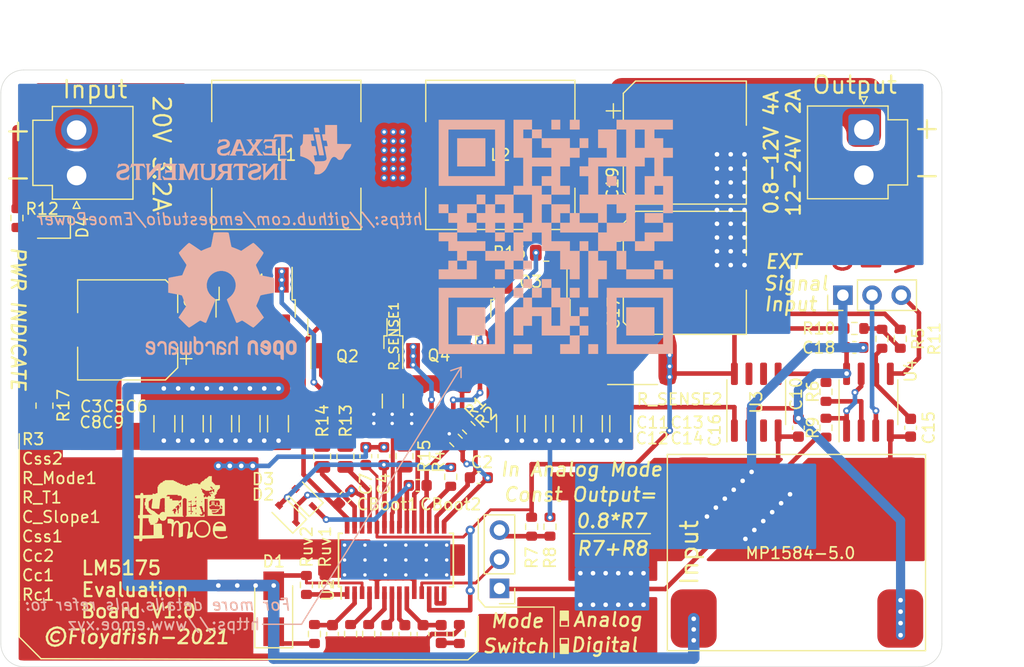
<source format=kicad_pcb>
(kicad_pcb (version 20171130) (host pcbnew "(5.1.8)-1")
  (layers (0 F.Cu signal) (31 B.Cu signal) (34 B.Paste user) (35 F.Paste user) (36 B.SilkS user) (37 F.SilkS user) (38 B.Mask user) (39 F.Mask user) (44 Edge.Cuts user))
  (net 0 "")
  (net 1 VDC)
  (net 2 "Net-(C2-Pad2)")
  (net 3 "Net-(C2-Pad1)")
  (net 4 VCC)
  (net 5 /Vout)
  (net 6 "Net-(C15-Pad1)")
  (net 7 +5V)
  (net 8 "Net-(C_Slope1-Pad2)")
  (net 9 "Net-(CBoot1-Pad2)")
  (net 10 "Net-(CBoot1-Pad1)")
  (net 11 "Net-(CBoot2-Pad2)")
  (net 12 "Net-(CBoot2-Pad1)")
  (net 13 "Net-(Cc1-Pad2)")
  (net 14 "Net-(Cc1-Pad1)")
  (net 15 "Net-(Css1-Pad1)")
  (net 16 "Net-(Css2-Pad1)")
  (net 17 "Net-(D1-Pad1)")
  (net 18 /DAC_Voltage)
  (net 19 /DAC_Current)
  (net 20 "Net-(J3-Pad3)")
  (net 21 /FeedBack)
  (net 22 /DigitalFB)
  (net 23 "Net-(L1-Pad2)")
  (net 24 "Net-(Q1-Pad1)")
  (net 25 "Net-(Q2-Pad3)")
  (net 26 "Net-(Q2-Pad1)")
  (net 27 "Net-(Q3-Pad1)")
  (net 28 "Net-(Q4-Pad1)")
  (net 29 "Net-(R4-Pad2)")
  (net 30 /0.1Vout)
  (net 31 "Net-(R6-Pad2)")
  (net 32 /I-V_Out)
  (net 33 "Net-(R9-Pad1)")
  (net 34 "Net-(R_Mode1-Pad2)")
  (net 35 "Net-(R_T1-Pad2)")
  (net 36 "Net-(Ruv1-Pad1)")
  (net 37 "Net-(U2-Pad13)")
  (net 38 "Net-(D4-Pad2)")
  (net 39 GNDPWR)
  (net 40 GNDA)
  (net 41 "Net-(C11-Pad1)")
  (net 42 "Net-(R13-Pad2)")
  (net 43 "Net-(R14-Pad1)")
  (net 44 "Net-(R15-Pad1)")
  (net 45 "Net-(R16-Pad1)")
  (module Symbol:OSHW-Logo2_14.6x12mm_SilkScreen (layer B.Cu) (at 132.2 69.7 180)
    (fp_text reference REF** hide)
    (fp_text value OSHW-Logo2_14.6x12mm_SilkScreen hide)
  )
  (module Logo:emoe_qrcode_22x22mm (layer B.Cu) (at 161.4 64.5)
    (fp_text reference G*** hide)
    (fp_text value LOGO hide)
  )
  (module Logo:emoe (layer F.Cu) (at 128.7 88.5)
    (fp_text reference G*** hide)
    (fp_text value LOGO hide)
  )
  (module Logo:texas_instruments (layer B.Cu) (at 133.3 57.2 180)
    (fp_text reference G*** hide)
    (fp_text value LOGO hide)
  )
  (module Resistor_SMD:R_0805_2012Metric (layer F.Cu) (at 116.8 79.25 270)
    (fp_text reference R17 (at 0 -1.65 90) (layer F.SilkS))
    (fp_text value 0)
    (pad 2 smd roundrect (at 0.9125 0 270) (size 1.025 1.4) (layers F.Cu F.Paste F.Mask) (roundrect_rratio 0.2439014634146341) (net 40 GNDA))
    (pad 1 smd roundrect (at -0.9125 0 270) (size 1.025 1.4) (layers F.Cu F.Paste F.Mask) (roundrect_rratio 0.2439014634146341) (net 39 GNDPWR))
  )
  (module Resistor_SMD:R_0805_2012Metric (layer F.Cu) (at 160.525 65.925)
    (fp_text reference R16 (at -3.2 -0.025) (layer F.SilkS))
    (fp_text value 0)
    (pad 2 smd roundrect (at 0.9125 0) (size 1.025 1.4) (layers F.Cu F.Paste F.Mask) (roundrect_rratio 0.2439014634146341) (net 27 "Net-(Q3-Pad1)"))
    (pad 1 smd roundrect (at -0.9125 0) (size 1.025 1.4) (layers F.Cu F.Paste F.Mask) (roundrect_rratio 0.2439014634146341) (net 45 "Net-(R16-Pad1)"))
  )
  (module Resistor_SMD:R_0805_2012Metric (layer F.Cu) (at 148.175 83.65 90)
    (fp_text reference R15 (at 0 1.725 90) (layer F.SilkS))
    (fp_text value 0)
    (pad 2 smd roundrect (at 0.9125 0 90) (size 1.025 1.4) (layers F.Cu F.Paste F.Mask) (roundrect_rratio 0.2439014634146341) (net 28 "Net-(Q4-Pad1)"))
    (pad 1 smd roundrect (at -0.9125 0 90) (size 1.025 1.4) (layers F.Cu F.Paste F.Mask) (roundrect_rratio 0.2439014634146341) (net 44 "Net-(R15-Pad1)"))
  )
  (module Resistor_SMD:R_0805_2012Metric (layer F.Cu) (at 141 83.675 90)
    (fp_text reference R14 (at 3.1 0.025 90) (layer F.SilkS))
    (fp_text value 0)
    (pad 2 smd roundrect (at 0.9125 0 90) (size 1.025 1.4) (layers F.Cu F.Paste F.Mask) (roundrect_rratio 0.2439014634146341) (net 24 "Net-(Q1-Pad1)"))
    (pad 1 smd roundrect (at -0.9125 0 90) (size 1.025 1.4) (layers F.Cu F.Paste F.Mask) (roundrect_rratio 0.2439014634146341) (net 43 "Net-(R14-Pad1)"))
  )
  (module Resistor_SMD:R_0805_2012Metric (layer F.Cu) (at 143.025 83.675 270)
    (fp_text reference R13 (at -3.1 -0.025 90) (layer F.SilkS))
    (fp_text value 0)
    (pad 2 smd roundrect (at 0.9125 0 270) (size 1.025 1.4) (layers F.Cu F.Paste F.Mask) (roundrect_rratio 0.2439014634146341) (net 42 "Net-(R13-Pad2)"))
    (pad 1 smd roundrect (at -0.9125 0 270) (size 1.025 1.4) (layers F.Cu F.Paste F.Mask) (roundrect_rratio 0.2439014634146341) (net 26 "Net-(Q2-Pad1)"))
  )
  (module Inductor_SMD:L_Wuerth_HCI-1365 (layer F.Cu) (at 156.525 57.4)
    (fp_text reference L2 (at 0 0) (layer F.SilkS))
    (fp_text value 4.7uH)
    (pad 2 smd rect (at 5.25 0) (size 4.5 5) (layers F.Cu F.Paste F.Mask) (net 11 "Net-(CBoot2-Pad2)"))
    (pad 1 smd rect (at -5.25 0) (size 4.5 5) (layers F.Cu F.Paste F.Mask) (net 23 "Net-(L1-Pad2)"))
  )
  (module Capacitor_SMD:C_0603_1608Metric (layer F.Cu) (at 146.625 99.15 90)
    (fp_text reference C_Slope1 (at 10.2 -28.358334) (layer F.SilkS))
    (fp_text value 470pF)
    (pad 2 smd roundrect (at 0.775 0 90) (size 0.9 0.95) (layers F.Cu F.Paste F.Mask) (net 8 "Net-(C_Slope1-Pad2)"))
    (pad 1 smd roundrect (at -0.775 0 90) (size 0.9 0.95) (layers F.Cu F.Paste F.Mask) (net 40 GNDA))
  )
  (module Resistor_SMD:R_0603_1608Metric (layer F.Cu) (at 114.4 62.9 90)
    (fp_text reference R12 (at 0.8 2.2 180) (layer F.SilkS))
    (fp_text value 4.7k)
    (pad 2 smd roundrect (at 0.825 0 90) (size 0.8 0.95) (layers F.Cu F.Paste F.Mask) (net 1 VDC))
    (pad 1 smd roundrect (at -0.825 0 90) (size 0.8 0.95) (layers F.Cu F.Paste F.Mask) (net 38 "Net-(D4-Pad2)"))
  )
  (module LED_SMD:LED_0805_2012Metric_Pad1.15x1.40mm_HandSolder (layer F.Cu) (at 117.2 63.7 180)
    (fp_text reference D4 (at -2.9 0 90) (layer F.SilkS))
    (fp_text value LED)
    (pad 2 smd roundrect (at 1.025 0 180) (size 1.15 1.4) (layers F.Cu F.Paste F.Mask) (roundrect_rratio 0.2173904347826087) (net 38 "Net-(D4-Pad2)"))
    (pad 1 smd roundrect (at -1.025 0 180) (size 1.15 1.4) (layers F.Cu F.Paste F.Mask) (roundrect_rratio 0.2173904347826087) (net 39 GNDPWR))
  )
  (module Diode_SMD:D_SOD-323 (layer F.Cu) (at 139.425 87.25 135)
    (fp_text reference D3 (at 3.659278 -1.396536 180) (layer F.SilkS))
    (fp_text value MBR0520LT)
    (pad 2 smd rect (at 1.05 0 135) (size 0.6 0.45) (layers F.Cu F.Paste F.Mask) (net 4 VCC))
    (pad 1 smd rect (at -1.05 0 135) (size 0.6 0.45) (layers F.Cu F.Paste F.Mask) (net 12 "Net-(CBoot2-Pad1)"))
  )
  (module Diode_SMD:D_SOD-323 (layer F.Cu) (at 137.975 88.7 135)
    (fp_text reference D2 (at 2.704683 -0.30052 180) (layer F.SilkS))
    (fp_text value MBR0520LT)
    (pad 2 smd rect (at 1.05 0 135) (size 0.6 0.45) (layers F.Cu F.Paste F.Mask) (net 4 VCC))
    (pad 1 smd rect (at -1.05 0 135) (size 0.6 0.45) (layers F.Cu F.Paste F.Mask) (net 9 "Net-(CBoot1-Pad2)"))
  )
  (module Resistor_SMD:R_0603_1608Metric (layer F.Cu) (at 143.475 99.15 90)
    (fp_text reference R_Mode1 (at 13.5875 -25.375) (layer F.SilkS))
    (fp_text value 93.1k)
    (pad 2 smd roundrect (at 0.825 0 90) (size 0.8 0.95) (layers F.Cu F.Paste F.Mask) (net 34 "Net-(R_Mode1-Pad2)"))
    (pad 1 smd roundrect (at -0.825 0 90) (size 0.8 0.95) (layers F.Cu F.Paste F.Mask) (net 40 GNDA))
  )
  (module Package_SO:SOIC-8_3.9x4.9mm_P1.27mm (layer F.Cu) (at 188.6 78.95 90)
    (fp_text reference U4 (at 2.725 3.675 270) (layer F.SilkS))
    (fp_text value MAX907)
    (pad 8 smd roundrect (at 2.475 -1.905 90) (size 1.95 0.6) (layers F.Cu F.Paste F.Mask) (net 7 +5V))
    (pad 7 smd roundrect (at 2.475 -0.635 90) (size 1.95 0.6) (layers F.Cu F.Paste F.Mask) (net 33 "Net-(R9-Pad1)"))
    (pad 6 smd roundrect (at 2.475 0.635 90) (size 1.95 0.6) (layers F.Cu F.Paste F.Mask) (net 6 "Net-(C15-Pad1)"))
    (pad 5 smd roundrect (at 2.475 1.905 90) (size 1.95 0.6) (layers F.Cu F.Paste F.Mask) (net 18 /DAC_Voltage))
    (pad 4 smd roundrect (at -2.475 1.905 90) (size 1.95 0.6) (layers F.Cu F.Paste F.Mask) (net 40 GNDA))
    (pad 3 smd roundrect (at -2.475 0.635 90) (size 1.95 0.6) (layers F.Cu F.Paste F.Mask) (net 19 /DAC_Current))
    (pad 2 smd roundrect (at -2.475 -0.635 90) (size 1.95 0.6) (layers F.Cu F.Paste F.Mask) (net 31 "Net-(R6-Pad2)"))
    (pad 1 smd roundrect (at -2.475 -1.905 90) (size 1.95 0.6) (layers F.Cu F.Paste F.Mask) (net 33 "Net-(R9-Pad1)"))
  )
  (module Package_SO:SOIC-8_3.9x4.9mm_P1.27mm (layer F.Cu) (at 178.825 78.95 90)
    (fp_text reference U3 (at 0 0 90) (layer F.SilkS))
    (fp_text value MAX4080T)
    (pad 8 smd roundrect (at 2.475 -1.905 90) (size 1.95 0.6) (layers F.Cu F.Paste F.Mask) (net 5 /Vout))
    (pad 7 smd roundrect (at 2.475 -0.635 90) (size 1.95 0.6) (layers F.Cu F.Paste F.Mask))
    (pad 6 smd roundrect (at 2.475 0.635 90) (size 1.95 0.6) (layers F.Cu F.Paste F.Mask))
    (pad 5 smd roundrect (at 2.475 1.905 90) (size 1.95 0.6) (layers F.Cu F.Paste F.Mask) (net 32 /I-V_Out))
    (pad 4 smd roundrect (at -2.475 1.905 90) (size 1.95 0.6) (layers F.Cu F.Paste F.Mask) (net 40 GNDA))
    (pad 3 smd roundrect (at -2.475 0.635 90) (size 1.95 0.6) (layers F.Cu F.Paste F.Mask))
    (pad 2 smd roundrect (at -2.475 -0.635 90) (size 1.95 0.6) (layers F.Cu F.Paste F.Mask) (net 7 +5V))
    (pad 1 smd roundrect (at -2.475 -1.905 90) (size 1.95 0.6) (layers F.Cu F.Paste F.Mask) (net 41 "Net-(C11-Pad1)"))
  )
  (module Package_SO:HTSSOP-28-1EP_4.4x9.7mm_P0.65mm_EP3.4x9.5mm_ThermalVias (layer F.Cu) (at 147.4 92.7 90)
    (fp_text reference U2 (at -2.6 -5.9 90) (layer F.SilkS))
    (fp_text value LM5175PWP)
    (pad 29 smd rect (at 0 0 90) (size 3.4 9.5) (layers B.Cu) (net 40 GNDA))
    (pad 29 thru_hole circle (at -1.3 4.45 90) (size 0.6 0.6) (drill 0.3) (layers *.Cu) (net 40 GNDA))
    (pad 29 thru_hole circle (at 0 4.45 90) (size 0.6 0.6) (drill 0.3) (layers *.Cu) (net 40 GNDA))
    (pad 29 thru_hole circle (at 1.3 4.45 90) (size 0.6 0.6) (drill 0.3) (layers *.Cu) (net 40 GNDA))
    (pad 29 thru_hole circle (at -1.3 2.67 90) (size 0.6 0.6) (drill 0.3) (layers *.Cu) (net 40 GNDA))
    (pad 29 thru_hole circle (at 0 2.67 90) (size 0.6 0.6) (drill 0.3) (layers *.Cu) (net 40 GNDA))
    (pad 29 thru_hole circle (at 1.3 2.67 90) (size 0.6 0.6) (drill 0.3) (layers *.Cu) (net 40 GNDA))
    (pad 29 thru_hole circle (at -1.3 0.89 90) (size 0.6 0.6) (drill 0.3) (layers *.Cu) (net 40 GNDA))
    (pad 29 thru_hole circle (at 0 0.89 90) (size 0.6 0.6) (drill 0.3) (layers *.Cu) (net 40 GNDA))
    (pad 29 thru_hole circle (at 1.3 0.89 90) (size 0.6 0.6) (drill 0.3) (layers *.Cu) (net 40 GNDA))
    (pad 29 thru_hole circle (at -1.3 -0.89 90) (size 0.6 0.6) (drill 0.3) (layers *.Cu) (net 40 GNDA))
    (pad 29 thru_hole circle (at 0 -0.89 90) (size 0.6 0.6) (drill 0.3) (layers *.Cu) (net 40 GNDA))
    (pad 29 thru_hole circle (at 1.3 -0.89 90) (size 0.6 0.6) (drill 0.3) (layers *.Cu) (net 40 GNDA))
    (pad 29 thru_hole circle (at -1.3 -2.67 90) (size 0.6 0.6) (drill 0.3) (layers *.Cu) (net 40 GNDA))
    (pad 29 thru_hole circle (at 0 -2.67 90) (size 0.6 0.6) (drill 0.3) (layers *.Cu) (net 40 GNDA))
    (pad 29 thru_hole circle (at 1.3 -2.67 90) (size 0.6 0.6) (drill 0.3) (layers *.Cu) (net 40 GNDA))
    (pad 29 thru_hole circle (at 1.3 -4.45 90) (size 0.6 0.6) (drill 0.3) (layers *.Cu) (net 40 GNDA))
    (pad 29 thru_hole circle (at 0 -4.45 90) (size 0.6 0.6) (drill 0.3) (layers *.Cu) (net 40 GNDA))
    (pad 29 thru_hole circle (at -1.3 -4.45 90) (size 0.6 0.6) (drill 0.3) (layers *.Cu) (net 40 GNDA))
    (pad 29 smd rect (at 0 0 90) (size 3.4 9.5) (layers F.Cu F.Mask) (net 40 GNDA))
    (pad 28 smd rect (at 2.85 -4.225 90) (size 1.1 0.4) (layers F.Cu F.Paste F.Mask) (net 10 "Net-(CBoot1-Pad1)"))
    (pad 27 smd rect (at 2.85 -3.575 90) (size 1.1 0.4) (layers F.Cu F.Paste F.Mask) (net 43 "Net-(R14-Pad1)"))
    (pad 26 smd rect (at 2.85 -2.925 90) (size 1.1 0.4) (layers F.Cu F.Paste F.Mask) (net 9 "Net-(CBoot1-Pad2)"))
    (pad 25 smd rect (at 2.85 -2.275 90) (size 1.1 0.4) (layers F.Cu F.Paste F.Mask) (net 42 "Net-(R13-Pad2)"))
    (pad 24 smd rect (at 2.85 -1.625 90) (size 1.1 0.4) (layers F.Cu F.Paste F.Mask) (net 5 /Vout))
    (pad 23 smd rect (at 2.85 -0.975 90) (size 1.1 0.4) (layers F.Cu F.Paste F.Mask) (net 4 VCC))
    (pad 22 smd rect (at 2.85 -0.325 90) (size 1.1 0.4) (layers F.Cu F.Paste F.Mask) (net 39 GNDPWR))
    (pad 21 smd rect (at 2.85 0.325 90) (size 1.1 0.4) (layers F.Cu F.Paste F.Mask) (net 44 "Net-(R15-Pad1)"))
    (pad 20 smd rect (at 2.85 0.975 90) (size 1.1 0.4) (layers F.Cu F.Paste F.Mask) (net 12 "Net-(CBoot2-Pad1)"))
    (pad 19 smd rect (at 2.85 1.625 90) (size 1.1 0.4) (layers F.Cu F.Paste F.Mask) (net 45 "Net-(R16-Pad1)"))
    (pad 18 smd rect (at 2.85 2.275 90) (size 1.1 0.4) (layers F.Cu F.Paste F.Mask) (net 11 "Net-(CBoot2-Pad2)"))
    (pad 17 smd rect (at 2.85 2.925 90) (size 1.1 0.4) (layers F.Cu F.Paste F.Mask) (net 29 "Net-(R4-Pad2)"))
    (pad 16 smd rect (at 2.85 3.575 90) (size 1.1 0.4) (layers F.Cu F.Paste F.Mask) (net 2 "Net-(C2-Pad2)"))
    (pad 15 smd rect (at 2.85 4.225 90) (size 1.1 0.4) (layers F.Cu F.Paste F.Mask) (net 3 "Net-(C2-Pad1)"))
    (pad 14 smd rect (at -2.85 4.225 90) (size 1.1 0.4) (layers F.Cu F.Paste F.Mask) (net 37 "Net-(U2-Pad13)"))
    (pad 13 smd rect (at -2.85 3.575 90) (size 1.1 0.4) (layers F.Cu F.Paste F.Mask) (net 37 "Net-(U2-Pad13)"))
    (pad 12 smd rect (at -2.85 2.925 90) (size 1.1 0.4) (layers F.Cu F.Paste F.Mask) (net 5 /Vout))
    (pad 11 smd rect (at -2.85 2.275 90) (size 1.1 0.4) (layers F.Cu F.Paste F.Mask) (net 21 /FeedBack))
    (pad 10 smd rect (at -2.85 1.625 90) (size 1.1 0.4) (layers F.Cu F.Paste F.Mask) (net 40 GNDA))
    (pad 9 smd rect (at -2.85 0.975 90) (size 1.1 0.4) (layers F.Cu F.Paste F.Mask) (net 14 "Net-(Cc1-Pad1)"))
    (pad 8 smd rect (at -2.85 0.325 90) (size 1.1 0.4) (layers F.Cu F.Paste F.Mask) (net 15 "Net-(Css1-Pad1)"))
    (pad 7 smd rect (at -2.85 -0.325 90) (size 1.1 0.4) (layers F.Cu F.Paste F.Mask) (net 8 "Net-(C_Slope1-Pad2)"))
    (pad 6 smd rect (at -2.85 -0.975 90) (size 1.1 0.4) (layers F.Cu F.Paste F.Mask) (net 35 "Net-(R_T1-Pad2)"))
    (pad 5 smd rect (at -2.85 -1.625 90) (size 1.1 0.4) (layers F.Cu F.Paste F.Mask) (net 40 GNDA))
    (pad 4 smd rect (at -2.85 -2.275 90) (size 1.1 0.4) (layers F.Cu F.Paste F.Mask) (net 34 "Net-(R_Mode1-Pad2)"))
    (pad 3 smd rect (at -2.85 -2.925 90) (size 1.1 0.4) (layers F.Cu F.Paste F.Mask) (net 1 VDC))
    (pad 2 smd rect (at -2.85 -3.575 90) (size 1.1 0.4) (layers F.Cu F.Paste F.Mask) (net 16 "Net-(Css2-Pad1)"))
    (pad 1 smd rect (at -2.85 -4.225 90) (size 1.1 0.4) (layers F.Cu F.Paste F.Mask) (net 36 "Net-(Ruv1-Pad1)"))
  )
  (module "DC-DC Modules:MP1584" (layer F.Cu) (at 181.175 88.6)
    (fp_text reference MP1584-5.0 (at 1.5 3.5) (layer F.SilkS))
    (fp_text value MP1584-3A)
    (pad 4 smd roundrect (at 10.2 -2.3) (size 4 5.08) (layers F.Cu F.Paste F.Mask) (net 40 GNDA))
    (pad 3 smd roundrect (at 10.2 9.2) (size 4 5.08) (layers F.Cu F.Paste F.Mask) (net 7 +5V))
    (pad 2 smd roundrect (at -7.8 9.2) (size 4 5.08) (layers F.Cu F.Paste F.Mask) (net 1 VDC))
    (pad 1 smd roundrect (at -7.8 -2.3) (size 4 5.08) (layers F.Cu F.Paste F.Mask) (net 40 GNDA))
  )
  (module Resistor_SMD:R_0603_1608Metric (layer F.Cu) (at 139.625 94.875 90)
    (fp_text reference Ruv2 (at 3.325 0.025 90) (layer F.SilkS))
    (fp_text value 240k)
    (pad 2 smd roundrect (at 0.825 0 90) (size 0.8 0.95) (layers F.Cu F.Paste F.Mask) (net 1 VDC))
    (pad 1 smd roundrect (at -0.825 0 90) (size 0.8 0.95) (layers F.Cu F.Paste F.Mask) (net 36 "Net-(Ruv1-Pad1)"))
  )
  (module Resistor_SMD:R_0603_1608Metric (layer F.Cu) (at 141.25 94.875 90)
    (fp_text reference Ruv1 (at 3.325 0 90) (layer F.SilkS))
    (fp_text value 56k)
    (pad 2 smd roundrect (at 0.825 0 90) (size 0.8 0.95) (layers F.Cu F.Paste F.Mask) (net 40 GNDA))
    (pad 1 smd roundrect (at -0.825 0 90) (size 0.8 0.95) (layers F.Cu F.Paste F.Mask) (net 36 "Net-(Ruv1-Pad1)"))
  )
  (module Resistor_SMD:R_0603_1608Metric (layer F.Cu) (at 152.95 99.15 270)
    (fp_text reference Rc1 (at -3.425 36.707143) (layer F.SilkS))
    (fp_text value 10k)
    (pad 2 smd roundrect (at 0.825 0 270) (size 0.8 0.95) (layers F.Cu F.Paste F.Mask) (net 13 "Net-(Cc1-Pad2)"))
    (pad 1 smd roundrect (at -0.825 0 270) (size 0.8 0.95) (layers F.Cu F.Paste F.Mask) (net 40 GNDA))
  )
  (module Resistor_SMD:R_0603_1608Metric (layer F.Cu) (at 145.05 99.15 90)
    (fp_text reference R_T1 (at 11.89375 -28.47381) (layer F.SilkS))
    (fp_text value 82k)
    (pad 2 smd roundrect (at 0.825 0 90) (size 0.8 0.95) (layers F.Cu F.Paste F.Mask) (net 35 "Net-(R_T1-Pad2)"))
    (pad 1 smd roundrect (at -0.825 0 90) (size 0.8 0.95) (layers F.Cu F.Paste F.Mask) (net 40 GNDA))
  )
  (module Resistor_SMD:R_2512_6332Metric_Pad1.40x3.35mm_HandSolder (layer F.Cu) (at 168.05 75.7 180)
    (fp_text reference R_SENSE2 (at -4.1 -3 180) (layer F.SilkS))
    (fp_text value 25m)
    (pad 2 smd roundrect (at 3.05 0 180) (size 1.4 3.35) (layers F.Cu F.Paste F.Mask) (roundrect_rratio 0.1785707142857143) (net 41 "Net-(C11-Pad1)"))
    (pad 1 smd roundrect (at -3.05 0 180) (size 1.4 3.35) (layers F.Cu F.Paste F.Mask) (roundrect_rratio 0.1785707142857143) (net 5 /Vout))
  )
  (module Resistor_SMD:R_1206_3216Metric_Pad1.42x1.75mm_HandSolder (layer F.Cu) (at 147.15 78.85 270)
    (fp_text reference R_SENSE1 (at -5.65 -0.1 270) (layer F.SilkS) (effects (font (size 0.8 0.8) (thickness 0.14))))
    (fp_text value 8m)
    (pad 2 smd roundrect (at 1.4875 0 270) (size 1.425 1.75) (layers F.Cu F.Paste F.Mask) (roundrect_rratio 0.1754385964912281) (net 39 GNDPWR))
    (pad 1 smd roundrect (at -1.4875 0 270) (size 1.425 1.75) (layers F.Cu F.Paste F.Mask) (roundrect_rratio 0.1754385964912281) (net 25 "Net-(Q2-Pad3)"))
  )
  (module Resistor_SMD:R_0603_1608Metric (layer F.Cu) (at 191.375 73.425 270)
    (fp_text reference R11 (at 0 -2.975 90) (layer F.SilkS))
    (fp_text value 20k)
    (pad 2 smd roundrect (at 0.825 0 270) (size 0.8 0.95) (layers F.Cu F.Paste F.Mask) (net 30 /0.1Vout))
    (pad 1 smd roundrect (at -0.825 0 270) (size 0.8 0.95) (layers F.Cu F.Paste F.Mask) (net 39 GNDPWR))
  )
  (module Resistor_SMD:R_0603_1608Metric (layer F.Cu) (at 187.375 72.525 180)
    (fp_text reference R10 (at 3.1 0) (layer F.SilkS))
    (fp_text value 180k)
    (pad 2 smd roundrect (at 0.825 0 180) (size 0.8 0.95) (layers F.Cu F.Paste F.Mask) (net 5 /Vout))
    (pad 1 smd roundrect (at -0.825 0 180) (size 0.8 0.95) (layers F.Cu F.Paste F.Mask) (net 30 /0.1Vout))
  )
  (module Resistor_SMD:R_0603_1608Metric (layer F.Cu) (at 184.9 81.175 270)
    (fp_text reference R9 (at 0 1.15 270) (layer F.SilkS))
    (fp_text value 100)
    (pad 2 smd roundrect (at 0.825 0 270) (size 0.8 0.95) (layers F.Cu F.Paste F.Mask) (net 22 /DigitalFB))
    (pad 1 smd roundrect (at -0.825 0 270) (size 0.8 0.95) (layers F.Cu F.Paste F.Mask) (net 33 "Net-(R9-Pad1)"))
  )
  (module Resistor_SMD:R_0603_1608Metric (layer F.Cu) (at 160.85 89.8 270)
    (fp_text reference R8 (at 2.7 0 90) (layer F.SilkS))
    (fp_text value 20k)
    (pad 2 smd roundrect (at 0.825 0 270) (size 0.8 0.95) (layers F.Cu F.Paste F.Mask) (net 20 "Net-(J3-Pad3)"))
    (pad 1 smd roundrect (at -0.825 0 270) (size 0.8 0.95) (layers F.Cu F.Paste F.Mask) (net 39 GNDPWR))
  )
  (module Resistor_SMD:R_0603_1608Metric (layer F.Cu) (at 159.25 89.8 90)
    (fp_text reference R7 (at -2.7 0 90) (layer F.SilkS))
    (fp_text value 280k)
    (pad 2 smd roundrect (at 0.825 0 90) (size 0.8 0.95) (layers F.Cu F.Paste F.Mask) (net 5 /Vout))
    (pad 1 smd roundrect (at -0.825 0 90) (size 0.8 0.95) (layers F.Cu F.Paste F.Mask) (net 20 "Net-(J3-Pad3)"))
  )
  (module Resistor_SMD:R_0603_1608Metric (layer F.Cu) (at 184.9 78.05 270)
    (fp_text reference R6 (at -0.025 1.15 270) (layer F.SilkS))
    (fp_text value 10)
    (pad 2 smd roundrect (at 0.825 0 270) (size 0.8 0.95) (layers F.Cu F.Paste F.Mask) (net 31 "Net-(R6-Pad2)"))
    (pad 1 smd roundrect (at -0.825 0 270) (size 0.8 0.95) (layers F.Cu F.Paste F.Mask) (net 32 /I-V_Out))
  )
  (module Resistor_SMD:R_0603_1608Metric (layer F.Cu) (at 189.775 73.425 270)
    (fp_text reference R5 (at 0 -3.15 270) (layer F.SilkS))
    (fp_text value 10)
    (pad 2 smd roundrect (at 0.825 0 270) (size 0.8 0.95) (layers F.Cu F.Paste F.Mask) (net 6 "Net-(C15-Pad1)"))
    (pad 1 smd roundrect (at -0.825 0 270) (size 0.8 0.95) (layers F.Cu F.Paste F.Mask) (net 30 /0.1Vout))
  )
  (module Resistor_SMD:R_0603_1608Metric (layer F.Cu) (at 152.2 85.45 270)
    (fp_text reference R4 (at -1.325 1.05 270) (layer F.SilkS))
    (fp_text value 10k)
    (pad 2 smd roundrect (at 0.825 0 270) (size 0.8 0.95) (layers F.Cu F.Paste F.Mask) (net 29 "Net-(R4-Pad2)"))
    (pad 1 smd roundrect (at -0.825 0 270) (size 0.8 0.95) (layers F.Cu F.Paste F.Mask) (net 4 VCC))
  )
  (module Resistor_SMD:R_0603_1608Metric (layer F.Cu) (at 140.325 99.15 270)
    (fp_text reference R3 (at -16.975 24.510715) (layer F.SilkS))
    (fp_text value 10)
    (pad 2 smd roundrect (at 0.825 0 270) (size 0.8 0.95) (layers F.Cu F.Paste F.Mask) (net 17 "Net-(D1-Pad1)"))
    (pad 1 smd roundrect (at -0.825 0 270) (size 0.8 0.95) (layers F.Cu F.Paste F.Mask) (net 16 "Net-(Css2-Pad1)"))
  )
  (module Resistor_SMD:R_0603_1608Metric (layer F.Cu) (at 152.658363 82.283363 315)
    (fp_text reference R2 (at 0.412437 -3.288047 225) (layer F.SilkS))
    (fp_text value 100)
    (pad 2 smd roundrect (at 0.825 0 315) (size 0.8 0.95) (layers F.Cu F.Paste F.Mask) (net 3 "Net-(C2-Pad1)"))
    (pad 1 smd roundrect (at -0.825 0 315) (size 0.8 0.95) (layers F.Cu F.Paste F.Mask) (net 39 GNDPWR))
  )
  (module Resistor_SMD:R_0603_1608Metric (layer F.Cu) (at 153.775 81.175 315)
    (fp_text reference R1 (at -0.883883 -1.697056 225) (layer F.SilkS))
    (fp_text value 100)
    (pad 2 smd roundrect (at 0.825 0 315) (size 0.8 0.95) (layers F.Cu F.Paste F.Mask) (net 2 "Net-(C2-Pad2)"))
    (pad 1 smd roundrect (at -0.825 0 315) (size 0.8 0.95) (layers F.Cu F.Paste F.Mask) (net 25 "Net-(Q2-Pad3)"))
  )
  (module Package_TO_SOT_SMD:TO-252-2 (layer F.Cu) (at 151.2 70.7 90)
    (fp_text reference Q4 (at -4.175 -0.025 180) (layer F.SilkS))
    (fp_text value IRLR8726TRPBF)
    (pad 2 smd rect (at 2.1 0 90) (size 6.4 5.8) (layers F.Cu F.Mask) (net 11 "Net-(CBoot2-Pad2)"))
    (pad 3 smd rect (at -4.2 2.28 90) (size 2.2 1.2) (layers F.Cu F.Paste F.Mask) (net 25 "Net-(Q2-Pad3)"))
    (pad 1 smd rect (at -4.2 -2.28 90) (size 2.2 1.2) (layers F.Cu F.Paste F.Mask) (net 28 "Net-(Q4-Pad1)"))
  )
  (module Package_TO_SOT_SMD:TO-252-2 (layer F.Cu) (at 159.15 72.5 270)
    (fp_text reference Q3 (at -4.05 -0.025 180) (layer F.SilkS))
    (fp_text value IRLR8726TRPBF)
    (pad 2 smd rect (at 2.1 0 270) (size 6.4 5.8) (layers F.Cu F.Mask) (net 41 "Net-(C11-Pad1)"))
    (pad 3 smd rect (at -4.2 2.28 270) (size 2.2 1.2) (layers F.Cu F.Paste F.Mask) (net 11 "Net-(CBoot2-Pad2)"))
    (pad 1 smd rect (at -4.2 -2.28 270) (size 2.2 1.2) (layers F.Cu F.Paste F.Mask) (net 27 "Net-(Q3-Pad1)"))
  )
  (module Package_TO_SOT_SMD:TO-252-2 (layer F.Cu) (at 143.2 70.7 90)
    (fp_text reference Q2 (at -4.25 0 180) (layer F.SilkS))
    (fp_text value IRLR8726TRPBF)
    (pad 2 smd rect (at 2.1 0 90) (size 6.4 5.8) (layers F.Cu F.Mask) (net 10 "Net-(CBoot1-Pad1)"))
    (pad 3 smd rect (at -4.2 2.28 90) (size 2.2 1.2) (layers F.Cu F.Paste F.Mask) (net 25 "Net-(Q2-Pad3)"))
    (pad 1 smd rect (at -4.2 -2.28 90) (size 2.2 1.2) (layers F.Cu F.Paste F.Mask) (net 26 "Net-(Q2-Pad1)"))
  )
  (module Package_TO_SOT_SMD:TO-252-2 (layer F.Cu) (at 135.2 72.5 270)
    (fp_text reference Q1 (at -4.15 0 180) (layer F.SilkS))
    (fp_text value IRLR8726TRPBF)
    (pad 2 smd rect (at 2.1 0 270) (size 6.4 5.8) (layers F.Cu F.Mask) (net 1 VDC))
    (pad 3 smd rect (at -4.2 2.28 270) (size 2.2 1.2) (layers F.Cu F.Paste F.Mask) (net 10 "Net-(CBoot1-Pad1)"))
    (pad 1 smd rect (at -4.2 -2.28 270) (size 2.2 1.2) (layers F.Cu F.Paste F.Mask) (net 24 "Net-(Q1-Pad1)"))
  )
  (module Inductor_SMD:L_Wuerth_HCI-1365 (layer F.Cu) (at 137.875 57.4)
    (fp_text reference L1 (at 0 0) (layer F.SilkS))
    (fp_text value 4.7uH)
    (pad 2 smd rect (at 5.25 0) (size 4.5 5) (layers F.Cu F.Paste F.Mask) (net 23 "Net-(L1-Pad2)"))
    (pad 1 smd rect (at -5.25 0) (size 4.5 5) (layers F.Cu F.Paste F.Mask) (net 10 "Net-(CBoot1-Pad1)"))
  )
  (module Connector_JST:JST_VH_B2P-VH-B_1x02_P3.96mm_Vertical (layer F.Cu) (at 188.2 55.2 270)
    (fp_text reference J4 hide)
    (fp_text value PWR_OUT)
    (pad 2 thru_hole circle (at 3.96 0 270) (size 2.7 2.7) (drill 1.7) (layers *.Cu *.Mask) (net 39 GNDPWR))
    (pad 1 thru_hole roundrect (at 0 0 270) (size 2.7 2.7) (drill 1.7) (layers *.Cu *.Mask) (roundrect_rratio 0.09259296296296296) (net 5 /Vout))
  )
  (module Connector_PinHeader_2.54mm:PinHeader_1x03_P2.54mm_Vertical (layer F.Cu) (at 156.45 95.175 180)
    (fp_text reference J3 hide)
    (fp_text value Mode_Switch)
    (pad 3 thru_hole oval (at 0 5.08 180) (size 1.7 1.7) (drill 1) (layers *.Cu *.Mask) (net 20 "Net-(J3-Pad3)"))
    (pad 2 thru_hole oval (at 0 2.54 180) (size 1.7 1.7) (drill 1) (layers *.Cu *.Mask) (net 21 /FeedBack))
    (pad 1 thru_hole rect (at 0 0 180) (size 1.7 1.7) (drill 1) (layers *.Cu *.Mask) (net 22 /DigitalFB))
  )
  (module Connector_PinHeader_2.54mm:PinHeader_1x03_P2.54mm_Vertical (layer F.Cu) (at 186.375 69.625 90)
    (fp_text reference J2 hide)
    (fp_text value DAC)
    (pad 3 thru_hole oval (at 0 5.08 90) (size 1.7 1.7) (drill 1) (layers *.Cu *.Mask) (net 18 /DAC_Voltage))
    (pad 2 thru_hole oval (at 0 2.54 90) (size 1.7 1.7) (drill 1) (layers *.Cu *.Mask) (net 19 /DAC_Current))
    (pad 1 thru_hole rect (at 0 0 90) (size 1.7 1.7) (drill 1) (layers *.Cu *.Mask) (net 40 GNDA))
  )
  (module Connector_JST:JST_VH_B2P-VH-B_1x02_P3.96mm_Vertical (layer F.Cu) (at 119.6 59.2 90)
    (fp_text reference J1 hide)
    (fp_text value PWR_IN)
    (pad 2 thru_hole circle (at 3.96 0 90) (size 2.7 2.7) (drill 1.7) (layers *.Cu *.Mask) (net 1 VDC))
    (pad 1 thru_hole roundrect (at 0 0 90) (size 2.7 2.7) (drill 1.7) (layers *.Cu *.Mask) (roundrect_rratio 0.09259296296296296) (net 39 GNDPWR))
  )
  (module Diode_SMD:D_SMA (layer F.Cu) (at 136.775 96.95 90)
    (fp_text reference D1 (at 4.125 0 180) (layer F.SilkS))
    (fp_text value 1n4007)
    (pad 2 smd rect (at 2 0 90) (size 2.5 1.8) (layers F.Cu F.Paste F.Mask) (net 1 VDC))
    (pad 1 smd rect (at -2 0 90) (size 2.5 1.8) (layers F.Cu F.Paste F.Mask) (net 17 "Net-(D1-Pad1)"))
  )
  (module Capacitor_SMD:C_0603_1608Metric (layer F.Cu) (at 141.9 99.15 270)
    (fp_text reference Css2 (at -15.28125 25.276191) (layer F.SilkS))
    (fp_text value 0.1uF)
    (pad 2 smd roundrect (at 0.775 0 270) (size 0.9 0.95) (layers F.Cu F.Paste F.Mask) (net 40 GNDA))
    (pad 1 smd roundrect (at -0.775 0 270) (size 0.9 0.95) (layers F.Cu F.Paste F.Mask) (net 16 "Net-(Css2-Pad1)"))
  )
  (module Capacitor_SMD:C_0603_1608Metric (layer F.Cu) (at 148.20625 99.15 270)
    (fp_text reference Css1 (at -8.50625 31.582441) (layer F.SilkS))
    (fp_text value 0.1uF)
    (pad 2 smd roundrect (at 0.775 0 270) (size 0.9 0.95) (layers F.Cu F.Paste F.Mask) (net 40 GNDA))
    (pad 1 smd roundrect (at -0.775 0 270) (size 0.9 0.95) (layers F.Cu F.Paste F.Mask) (net 15 "Net-(Css1-Pad1)"))
  )
  (module Capacitor_SMD:C_0603_1608Metric (layer F.Cu) (at 149.7875 99.15 270)
    (fp_text reference Cc2 (at -6.8125 33.544643) (layer F.SilkS))
    (fp_text value 100pF)
    (pad 2 smd roundrect (at 0.775 0 270) (size 0.9 0.95) (layers F.Cu F.Paste F.Mask) (net 40 GNDA))
    (pad 1 smd roundrect (at -0.775 0 270) (size 0.9 0.95) (layers F.Cu F.Paste F.Mask) (net 14 "Net-(Cc1-Pad1)"))
  )
  (module Capacitor_SMD:C_0603_1608Metric (layer F.Cu) (at 151.36875 99.15 270)
    (fp_text reference Cc1 (at -5.11875 35.125893) (layer F.SilkS))
    (fp_text value 22nF)
    (pad 2 smd roundrect (at 0.775 0 270) (size 0.9 0.95) (layers F.Cu F.Paste F.Mask) (net 13 "Net-(Cc1-Pad2)"))
    (pad 1 smd roundrect (at -0.775 0 270) (size 0.9 0.95) (layers F.Cu F.Paste F.Mask) (net 14 "Net-(Cc1-Pad1)"))
  )
  (module Capacitor_SMD:C_0603_1608Metric (layer F.Cu) (at 149.325 86.2)
    (fp_text reference CBoot2 (at 2.875 1.65 180) (layer F.SilkS))
    (fp_text value 0.1uF)
    (pad 2 smd roundrect (at 0.775 0) (size 0.9 0.95) (layers F.Cu F.Paste F.Mask) (net 11 "Net-(CBoot2-Pad2)"))
    (pad 1 smd roundrect (at -0.775 0) (size 0.9 0.95) (layers F.Cu F.Paste F.Mask) (net 12 "Net-(CBoot2-Pad1)"))
  )
  (module Capacitor_SMD:C_0603_1608Metric (layer F.Cu) (at 143 87.225 45)
    (fp_text reference CBoot1 (at 2.156676 3.040559 180) (layer F.SilkS))
    (fp_text value 0.1uF)
    (pad 2 smd roundrect (at 0.775 0 45) (size 0.9 0.95) (layers F.Cu F.Paste F.Mask) (net 9 "Net-(CBoot1-Pad2)"))
    (pad 1 smd roundrect (at -0.775 0 45) (size 0.9 0.95) (layers F.Cu F.Paste F.Mask) (net 10 "Net-(CBoot1-Pad1)"))
  )
  (module Capacitor_SMD:CP_Elec_10x10.5 (layer F.Cu) (at 172.6 56.325)
    (fp_text reference C19 (at -6.3 3.575 90) (layer F.SilkS))
    (fp_text value "50V 220uF")
    (pad 2 smd roundrect (at 4.2 0) (size 4.4 2.5) (layers F.Cu F.Paste F.Mask) (roundrect_rratio 0.1) (net 39 GNDPWR))
    (pad 1 smd roundrect (at -4.2 0) (size 4.4 2.5) (layers F.Cu F.Paste F.Mask) (roundrect_rratio 0.1) (net 5 /Vout))
  )
  (module Capacitor_SMD:C_0603_1608Metric (layer F.Cu) (at 187.375 74.175)
    (fp_text reference C18 (at -3.1 0.025) (layer F.SilkS))
    (fp_text value 0.1uF)
    (pad 2 smd roundrect (at 0.775 0) (size 0.9 0.95) (layers F.Cu F.Paste F.Mask) (net 40 GNDA))
    (pad 1 smd roundrect (at -0.775 0) (size 0.9 0.95) (layers F.Cu F.Paste F.Mask) (net 7 +5V))
  )
  (module Capacitor_SMD:CP_Elec_10x10.5 (layer F.Cu) (at 172.6 67.675)
    (fp_text reference C17 (at -6.2 3.525 90) (layer F.SilkS))
    (fp_text value "50V 220uF")
    (pad 2 smd roundrect (at 4.2 0) (size 4.4 2.5) (layers F.Cu F.Paste F.Mask) (roundrect_rratio 0.1) (net 39 GNDPWR))
    (pad 1 smd roundrect (at -4.2 0) (size 4.4 2.5) (layers F.Cu F.Paste F.Mask) (roundrect_rratio 0.1) (net 5 /Vout))
  )
  (module Capacitor_SMD:C_1206_3216Metric (layer F.Cu) (at 166.975 80.825 270)
    (fp_text reference C16 (at 0.575 -8.225 270) (layer F.SilkS))
    (fp_text value 10uF)
    (pad 2 smd roundrect (at 1.475 0 270) (size 1.15 1.8) (layers F.Cu F.Paste F.Mask) (roundrect_rratio 0.2173904347826087) (net 39 GNDPWR))
    (pad 1 smd roundrect (at -1.475 0 270) (size 1.15 1.8) (layers F.Cu F.Paste F.Mask) (roundrect_rratio 0.2173904347826087) (net 41 "Net-(C11-Pad1)"))
  )
  (module Capacitor_SMD:C_0603_1608Metric (layer F.Cu) (at 192.275 81.175 270)
    (fp_text reference C15 (at 0 -1.575 270) (layer F.SilkS))
    (fp_text value 0.1uF)
    (pad 2 smd roundrect (at 0.775 0 270) (size 0.9 0.95) (layers F.Cu F.Paste F.Mask) (net 40 GNDA))
    (pad 1 smd roundrect (at -0.775 0 270) (size 0.9 0.95) (layers F.Cu F.Paste F.Mask) (net 6 "Net-(C15-Pad1)"))
  )
  (module Capacitor_SMD:C_1206_3216Metric (layer F.Cu) (at 164.5 80.825 270)
    (fp_text reference C14 (at 1.275 -8.3 180) (layer F.SilkS))
    (fp_text value 10uF)
    (pad 2 smd roundrect (at 1.475 0 270) (size 1.15 1.8) (layers F.Cu F.Paste F.Mask) (roundrect_rratio 0.2173904347826087) (net 39 GNDPWR))
    (pad 1 smd roundrect (at -1.475 0 270) (size 1.15 1.8) (layers F.Cu F.Paste F.Mask) (roundrect_rratio 0.2173904347826087) (net 41 "Net-(C11-Pad1)"))
  )
  (module Capacitor_SMD:C_1206_3216Metric (layer F.Cu) (at 162.025 80.825 270)
    (fp_text reference C13 (at -0.1 -10.775 180) (layer F.SilkS))
    (fp_text value 10uF)
    (pad 2 smd roundrect (at 1.475 0 270) (size 1.15 1.8) (layers F.Cu F.Paste F.Mask) (roundrect_rratio 0.2173904347826087) (net 39 GNDPWR))
    (pad 1 smd roundrect (at -1.475 0 270) (size 1.15 1.8) (layers F.Cu F.Paste F.Mask) (roundrect_rratio 0.2173904347826087) (net 41 "Net-(C11-Pad1)"))
  )
  (module Capacitor_SMD:C_1206_3216Metric (layer F.Cu) (at 159.575 80.825 270)
    (fp_text reference C12 (at 1.275 -10.175 180) (layer F.SilkS))
    (fp_text value 10uF)
    (pad 2 smd roundrect (at 1.475 0 270) (size 1.15 1.8) (layers F.Cu F.Paste F.Mask) (roundrect_rratio 0.2173904347826087) (net 39 GNDPWR))
    (pad 1 smd roundrect (at -1.475 0 270) (size 1.15 1.8) (layers F.Cu F.Paste F.Mask) (roundrect_rratio 0.2173904347826087) (net 41 "Net-(C11-Pad1)"))
  )
  (module Capacitor_SMD:C_1206_3216Metric (layer F.Cu) (at 157.1 80.825 270)
    (fp_text reference C11 (at -0.1 -12.7 180) (layer F.SilkS))
    (fp_text value 10uF)
    (pad 2 smd roundrect (at 1.475 0 270) (size 1.15 1.8) (layers F.Cu F.Paste F.Mask) (roundrect_rratio 0.2173904347826087) (net 39 GNDPWR))
    (pad 1 smd roundrect (at -1.475 0 270) (size 1.15 1.8) (layers F.Cu F.Paste F.Mask) (roundrect_rratio 0.2173904347826087) (net 41 "Net-(C11-Pad1)"))
  )
  (module Capacitor_SMD:C_0603_1608Metric (layer F.Cu) (at 182.5 81.175 270)
    (fp_text reference C10 (at -2.95 0.2 90) (layer F.SilkS))
    (fp_text value 0.1uF)
    (pad 2 smd roundrect (at 0.775 0 270) (size 0.9 0.95) (layers F.Cu F.Paste F.Mask) (net 40 GNDA))
    (pad 1 smd roundrect (at -0.775 0 270) (size 0.9 0.95) (layers F.Cu F.Paste F.Mask) (net 7 +5V))
  )
  (module Capacitor_SMD:C_1206_3216Metric (layer F.Cu) (at 137.15 80.825 270)
    (fp_text reference C9 (at -0.125 14.375 180) (layer F.SilkS))
    (fp_text value 4.7uF)
    (pad 2 smd roundrect (at 1.475 0 270) (size 1.15 1.8) (layers F.Cu F.Paste F.Mask) (roundrect_rratio 0.2173904347826087) (net 39 GNDPWR))
    (pad 1 smd roundrect (at -1.475 0 270) (size 1.15 1.8) (layers F.Cu F.Paste F.Mask) (roundrect_rratio 0.2173904347826087) (net 1 VDC))
  )
  (module Capacitor_SMD:C_1206_3216Metric (layer F.Cu) (at 134.675 80.825 270)
    (fp_text reference C8 (at -0.125 13.85 180) (layer F.SilkS))
    (fp_text value 4.7uF)
    (pad 2 smd roundrect (at 1.475 0 270) (size 1.15 1.8) (layers F.Cu F.Paste F.Mask) (roundrect_rratio 0.2173904347826087) (net 39 GNDPWR))
    (pad 1 smd roundrect (at -1.475 0 270) (size 1.15 1.8) (layers F.Cu F.Paste F.Mask) (roundrect_rratio 0.2173904347826087) (net 1 VDC))
  )
  (module Capacitor_SMD:C_0603_1608Metric (layer F.Cu) (at 144.8 83.65 270)
    (fp_text reference C7 (at 2.425 0 90) (layer F.SilkS))
    (fp_text value 0.1uF)
    (pad 2 smd roundrect (at 0.775 0 270) (size 0.9 0.95) (layers F.Cu F.Paste F.Mask) (net 5 /Vout))
    (pad 1 smd roundrect (at -0.775 0 270) (size 0.9 0.95) (layers F.Cu F.Paste F.Mask) (net 40 GNDA))
  )
  (module Capacitor_SMD:C_1206_3216Metric (layer F.Cu) (at 132.2 80.825 270)
    (fp_text reference C6 (at -1.5 7.375 180) (layer F.SilkS))
    (fp_text value 4.7uF)
    (pad 2 smd roundrect (at 1.475 0 270) (size 1.15 1.8) (layers F.Cu F.Paste F.Mask) (roundrect_rratio 0.2173904347826087) (net 39 GNDPWR))
    (pad 1 smd roundrect (at -1.475 0 270) (size 1.15 1.8) (layers F.Cu F.Paste F.Mask) (roundrect_rratio 0.2173904347826087) (net 1 VDC))
  )
  (module Capacitor_SMD:C_1206_3216Metric (layer F.Cu) (at 129.725 80.825 270)
    (fp_text reference C5 (at -1.5 6.875 180) (layer F.SilkS))
    (fp_text value 4.7uF)
    (pad 2 smd roundrect (at 1.475 0 270) (size 1.15 1.8) (layers F.Cu F.Paste F.Mask) (roundrect_rratio 0.2173904347826087) (net 39 GNDPWR))
    (pad 1 smd roundrect (at -1.475 0 270) (size 1.15 1.8) (layers F.Cu F.Paste F.Mask) (roundrect_rratio 0.2173904347826087) (net 1 VDC))
  )
  (module Capacitor_SMD:C_0603_1608Metric (layer F.Cu) (at 146.375 83.65 270)
    (fp_text reference C4 (at 2.425 0 90) (layer F.SilkS))
    (fp_text value 0.1uF)
    (pad 2 smd roundrect (at 0.775 0 270) (size 0.9 0.95) (layers F.Cu F.Paste F.Mask) (net 4 VCC))
    (pad 1 smd roundrect (at -0.775 0 270) (size 0.9 0.95) (layers F.Cu F.Paste F.Mask) (net 40 GNDA))
  )
  (module Capacitor_SMD:C_1206_3216Metric (layer F.Cu) (at 127.25 80.825 270)
    (fp_text reference C3 (at -1.5 6.375 180) (layer F.SilkS))
    (fp_text value 4.7uF)
    (pad 2 smd roundrect (at 1.475 0 270) (size 1.15 1.8) (layers F.Cu F.Paste F.Mask) (roundrect_rratio 0.2173904347826087) (net 39 GNDPWR))
    (pad 1 smd roundrect (at -1.475 0 270) (size 1.15 1.8) (layers F.Cu F.Paste F.Mask) (roundrect_rratio 0.2173904347826087) (net 1 VDC))
  )
  (module Capacitor_SMD:C_0603_1608Metric (layer F.Cu) (at 154.65 85.525 180)
    (fp_text reference C2 (at -0.275 1.35) (layer F.SilkS))
    (fp_text value 47pF)
    (pad 2 smd roundrect (at 0.775 0 180) (size 0.9 0.95) (layers F.Cu F.Paste F.Mask) (net 2 "Net-(C2-Pad2)"))
    (pad 1 smd roundrect (at -0.775 0 180) (size 0.9 0.95) (layers F.Cu F.Paste F.Mask) (net 3 "Net-(C2-Pad1)"))
  )
  (module Capacitor_SMD:CP_Elec_8x10.5 (layer F.Cu) (at 124.05 72.65 180)
    (fp_text reference C1 (at -5.5 2.85 270) (layer F.SilkS))
    (fp_text value "50V 100uF")
    (pad 2 smd roundrect (at 3.7 0 180) (size 4.4 2.5) (layers F.Cu F.Paste F.Mask) (roundrect_rratio 0.1) (net 39 GNDPWR))
    (pad 1 smd roundrect (at -3.7 0 180) (size 4.4 2.5) (layers F.Cu F.Paste F.Mask) (roundrect_rratio 0.1) (net 1 VDC))
  )
  (gr_line (start 153.1 75.9) (end 152.2 76.2) (layer B.SilkS) (width 0.12))
  (gr_line (start 153.1 75.9) (end 153.1 76.8) (layer B.SilkS) (width 0.12))
  (gr_line (start 139.2 98.3) (end 153.1 75.9) (layer B.SilkS) (width 0.12))
  (gr_line (start 135.8 98.3) (end 139.2 98.3) (layer B.SilkS) (width 0.12))
  (gr_text https://www.emoe.xyz (at 127.2 98.3) (layer B.SilkS) (effects (font (size 1 1)) (justify mirror)))
  (gr_text "For more details, pls refer to:" (at 126.7 96.6) (layer B.SilkS) (effects (font (size 1 1) (thickness 0.15) italic) (justify mirror)))
  (gr_text https://github.com/emoestudio/EmoePower (at 133 63) (layer B.SilkS) (effects (font (size 1 1) (thickness 0.15) italic) (justify mirror)))
  (gr_text "In Analog Mode" (at 163.6 84.8) (layer F.SilkS) (effects (font (size 1.2 1.2) (thickness 0.2) italic)))
  (gr_text "Const Output=" (at 163.5 87) (layer F.SilkS) (effects (font (size 1.2 1.2) (thickness 0.2) italic)))
  (gr_line (start 162.9 90.4) (end 169.6 90.4) (layer F.SilkS) (width 0.12))
  (gr_text R7+R8 (at 166.3 91.7) (layer F.SilkS) (effects (font (size 1.2 1.2) (thickness 0.2) italic)))
  (gr_text 0.8*R7 (at 166.2 89.3) (layer F.SilkS) (effects (font (size 1.2 1.2) (thickness 0.2) italic)))
  (gr_text "PWR INDICATE" (at 114.5 71.7 270) (layer F.SilkS) (effects (font (size 1.2 1.2) (thickness 0.2) italic)))
  (gr_text Input (at 181.8 70.4) (layer F.SilkS) (effects (font (size 1.2 1.2) (thickness 0.2) italic)))
  (gr_text Signal (at 182.3 68.6) (layer F.SilkS) (effects (font (size 1.2 1.2) (thickness 0.2) italic)))
  (gr_text EXT (at 181.2 66.7) (layer F.SilkS) (effects (font (size 1.2 1.2) (thickness 0.2) italic)))
  (gr_text "Switch\n" (at 157.9 100.2) (layer F.SilkS) (effects (font (size 1.2 1.2) (thickness 0.2) italic)))
  (gr_line (start 154.6 96.1) (end 154.6 89.1) (layer F.SilkS) (width 0.12))
  (gr_line (start 155.2 96.8) (end 154.6 96.1) (layer F.SilkS) (width 0.12))
  (gr_line (start 161.2 96.8) (end 155.2 96.8) (layer F.SilkS) (width 0.12))
  (gr_line (start 161.2 101.2) (end 161.2 96.8) (layer F.SilkS) (width 0.12))
  (gr_line (start 161.75 99.55) (end 161.75 100.1) (layer F.SilkS) (width 0.12))
  (gr_line (start 162.45 99.55) (end 161.75 99.55) (layer F.SilkS) (width 0.12))
  (gr_line (start 162.45 99.6) (end 162.45 99.55) (layer F.SilkS) (width 0.12))
  (gr_line (start 162.45 99.65) (end 162.45 99.6) (layer F.SilkS) (width 0.12))
  (gr_line (start 162.45 100.2) (end 162.45 99.65) (layer F.SilkS) (width 0.12))
  (gr_line (start 161.75 98.45) (end 161.75 97.9) (layer F.SilkS) (width 0.12))
  (gr_line (start 162.45 98.45) (end 161.75 98.45) (layer F.SilkS) (width 0.12))
  (gr_line (start 162.45 97.9) (end 162.45 98.45) (layer F.SilkS) (width 0.12))
  (gr_text Digital (at 165.6 100.1) (layer F.SilkS) (effects (font (size 1.2 1.2) (thickness 0.2) italic)))
  (gr_text Analog (at 165.9 97.9) (layer F.SilkS) (effects (font (size 1.2 1.2) (thickness 0.2) italic)))
  (gr_text Mode (at 158 98) (layer F.SilkS) (effects (font (size 1.2 1.2) (thickness 0.2) italic)))
  (gr_text ©Floydfish-2021 (at 124.8 99.4) (layer F.SilkS) (effects (font (size 1.2 1.2) (thickness 0.2) italic)))
  (gr_text "Board V1.0" (at 125 97.15) (layer F.SilkS) (effects (font (size 1.2 1.2) (thickness 0.2))))
  (gr_text Evaluation (at 124.7 95.3) (layer F.SilkS) (effects (font (size 1.2 1.2) (thickness 0.2))))
  (gr_text LM5175 (at 123.5 93.4) (layer F.SilkS) (effects (font (size 1.2 1.2) (thickness 0.2))))
  (gr_text Input (at 173 92.05 90) (layer F.SilkS) (effects (font (size 1.5 1.5) (thickness 0.2))))
  (gr_text "0.8-12V 4A\n12-24V  2A" (at 181.1 57.2 90) (layer F.SilkS) (effects (font (size 1.2 1.2) (thickness 0.2))))
  (gr_text Output (at 187.4 51.3) (layer F.SilkS) (effects (font (size 1.5 1.5) (thickness 0.2))))
  (gr_text "20V 3.2A" (at 127 57.3 270) (layer F.SilkS) (effects (font (size 1.5 1.5) (thickness 0.2))))
  (gr_text Input (at 121.2 51.7) (layer F.SilkS) (effects (font (size 1.5 1.5) (thickness 0.2))))
  (gr_text "-\n" (at 114.5 59.3) (layer F.SilkS) (effects (font (size 2 2) (thickness 0.2))))
  (gr_text + (at 114.5 55.2) (layer F.SilkS) (effects (font (size 2 2) (thickness 0.2))))
  (gr_text "-\n" (at 193.7 59.1) (layer F.SilkS) (effects (font (size 2 2) (thickness 0.2))))
  (gr_text + (at 193.7 55) (layer F.SilkS) (effects (font (size 2 2) (thickness 0.2))))
  (gr_text V_Set (at 191.8 64.7 90) (layer F.Cu) (effects (font (size 1.5 1.5) (thickness 0.3))))
  (gr_text I_Set (at 188.9 64.7 90) (layer F.Cu) (effects (font (size 1.5 1.5) (thickness 0.3))))
  (gr_text GNDA (at 186.4 64.7 90) (layer F.Cu) (effects (font (size 1.5 1.5) (thickness 0.3))))
  (gr_line (start 154.6 100.6) (end 154.6 97.6) (layer F.SilkS) (width 0.12))
  (gr_line (start 153.7 101.4) (end 154.6 100.6) (layer F.SilkS) (width 0.12))
  (gr_line (start 116.5 101.3) (end 153.7 101.4) (layer F.SilkS) (width 0.12))
  (gr_line (start 114.6 99.4) (end 116.5 101.3) (layer F.SilkS) (width 0.12))
  (gr_line (start 114.6 96.2) (end 114.6 99.4) (layer F.SilkS) (width 0.12))
  (gr_line (start 114.6 81.7) (end 114.6 96.2) (layer F.SilkS) (width 0.12))
  (gr_arc (start 193 100) (end 193 102) (angle -90) (layer Edge.Cuts) (width 0.05))
  (gr_arc (start 115 100) (end 113 100) (angle -90) (layer Edge.Cuts) (width 0.05))
  (gr_line (start 115 102) (end 193 102) (layer Edge.Cuts) (width 0.05))
  (gr_arc (start 115 52) (end 115 50) (angle -90) (layer Edge.Cuts) (width 0.05))
  (gr_arc (start 193 52) (end 195 52) (angle -90) (layer Edge.Cuts) (width 0.05))
  (gr_line (start 113 52) (end 113 100) (layer Edge.Cuts) (width 0.05))
  (gr_line (start 195 52) (end 195 100) (layer Edge.Cuts) (width 0.05))
  (gr_line (start 115 50) (end 193 50) (layer Edge.Cuts) (width 0.05))
  (via (at 191.4 99.25) (size 0.8) (drill 0.4) (layers F.Cu B.Cu) (net 7))
  (via (at 191.4 98.2) (size 0.8) (drill 0.4) (layers F.Cu B.Cu) (net 7))
  (via (at 191.4 97.2) (size 0.8) (drill 0.4) (layers F.Cu B.Cu) (net 7))
  (via (at 191.4 96.2) (size 0.8) (drill 0.4) (layers F.Cu B.Cu) (net 7))
  (via (at 160.85 89) (size 0.603) (drill 0.301) (layers F.Cu B.Cu) (net 39))
  (via (at 188.15 74.2) (size 0.603) (drill 0.301) (layers F.Cu B.Cu) (net 40))
  (via (at 167 82.3) (size 0.8) (drill 0.4) (layers F.Cu B.Cu) (net 39))
  (via (at 164.5 82.3) (size 0.8) (drill 0.4) (layers F.Cu B.Cu) (net 39))
  (via (at 162 82.3) (size 0.8) (drill 0.4) (layers F.Cu B.Cu) (net 39))
  (via (at 159.6 82.3) (size 0.8) (drill 0.4) (layers F.Cu B.Cu) (net 39))
  (via (at 157.1 82.3) (size 0.8) (drill 0.4) (layers F.Cu B.Cu) (net 39))
  (via (at 127.2 82.3) (size 0.8) (drill 0.4) (layers F.Cu B.Cu) (net 39))
  (via (at 129.7 82.3) (size 0.8) (drill 0.4) (layers F.Cu B.Cu) (net 39))
  (via (at 132.2 82.3) (size 0.8) (drill 0.4) (layers F.Cu B.Cu) (net 39))
  (via (at 134.7 82.3) (size 0.8) (drill 0.4) (layers F.Cu B.Cu) (net 39))
  (via (at 137.2 82.3) (size 0.8) (drill 0.4) (layers F.Cu B.Cu) (net 39))
  (via (at 152.075 81.7) (size 0.603) (drill 0.301) (layers F.Cu B.Cu) (net 39))
  (via (at 152.225 84.625) (size 0.603) (drill 0.301) (layers F.Cu B.Cu) (net 4))
  (via (at 147.1 80.8) (size 0.603) (drill 0.301) (layers F.Cu B.Cu) (net 39))
  (via (at 147.1 80) (size 0.603) (drill 0.301) (layers F.Cu B.Cu) (net 39))
  (via (at 148.8 80) (size 0.603) (drill 0.301) (layers F.Cu B.Cu) (net 39))
  (via (at 148.8 80.8) (size 0.603) (drill 0.301) (layers F.Cu B.Cu) (net 39))
  (via (at 145.5 80) (size 0.603) (drill 0.301) (layers F.Cu B.Cu) (net 39))
  (via (at 145.5 80.8) (size 0.603) (drill 0.301) (layers F.Cu B.Cu) (net 39))
  (segment (start 114.4 55.2) (end 119.6 55.2) (width 0.8) (layer F.Cu) (net 1))
  (segment (start 114.4 62.075) (end 114.4 55.2) (width 0.8) (layer F.Cu) (net 1))
  (segment (start 139.625 94.05) (end 136.825 94.05) (width 0.4) (layer F.Cu) (net 1))
  (segment (start 139.625 94.7) (end 139.625 94.125) (width 0.25) (layer F.Cu) (net 1))
  (segment (start 144.475 94.7) (end 139.625 94.7) (width 0.25) (layer F.Cu) (net 1))
  (segment (start 144.475 95.55) (end 144.475 94.7) (width 0.25) (layer F.Cu) (net 1))
  (segment (start 154.358363 81.758363) (end 154.358363 85.016637) (width 0.4) (layer F.Cu) (net 2))
  (segment (start 154.358363 85.016637) (end 153.85 85.525) (width 0.4) (layer F.Cu) (net 2))
  (segment (start 150.975 89.85) (end 150.975 88.9) (width 0.4) (layer F.Cu) (net 2))
  (segment (start 150.975 88.9) (end 153.675 86.2) (width 0.4) (layer F.Cu) (net 2))
  (segment (start 153.675 86.2) (end 153.675 85.5) (width 0.4) (layer F.Cu) (net 2))
  (segment (start 153.241726 82.866726) (end 153.241726 83.966726) (width 0.4) (layer F.Cu) (net 3))
  (segment (start 153.241726 83.966726) (end 153.6 84.325) (width 0.4) (layer F.Cu) (net 3))
  (segment (start 153.6 84.325) (end 153.6 84.325) (width 0.4) (layer F.Cu) (net 3))
  (via (at 153.6 84.325) (size 0.603) (drill 0.301) (layers F.Cu B.Cu) (net 3))
  (segment (start 153.6 84.325) (end 154.2 84.325) (width 0.4) (layer B.Cu) (net 3))
  (segment (start 154.2 84.325) (end 155.425 85.55) (width 0.4) (layer B.Cu) (net 3))
  (segment (start 155.425 85.55) (end 155.425 85.55) (width 0.4) (layer B.Cu) (net 3))
  (via (at 155.425 85.55) (size 0.603) (drill 0.301) (layers F.Cu B.Cu) (net 3))
  (segment (start 151.625 89.35) (end 155.425 85.55) (width 0.4) (layer F.Cu) (net 3))
  (segment (start 151.625 89.85) (end 151.625 89.35) (width 0.4) (layer F.Cu) (net 3))
  (segment (start 146.425 86.275) (end 146.425 86.275) (width 0.4) (layer F.Cu) (net 4))
  (segment (start 146.375 84.4) (end 146.425 84.475) (width 0.4) (layer F.Cu) (net 4))
  (via (at 146.375 84.4) (size 0.603) (drill 0.301) (layers F.Cu B.Cu) (net 4))
  (segment (start 146.425 84.45) (end 146.375 84.4) (width 0.4) (layer F.Cu) (net 4))
  (segment (start 146.425 89.85) (end 146.425 84.45) (width 0.4) (layer F.Cu) (net 4))
  (segment (start 146.375 84.4) (end 140.790076 84.4) (width 0.4) (layer B.Cu) (net 4))
  (segment (start 140.790076 84.4) (end 137.957538 87.232538) (width 0.4) (layer B.Cu) (net 4))
  (via (at 137.957538 87.232538) (size 0.603) (drill 0.301) (layers F.Cu B.Cu) (net 4))
  (segment (start 138.682538 86.507538) (end 137.957538 87.232538) (width 0.4) (layer F.Cu) (net 4))
  (segment (start 137.957538 87.232538) (end 137.25 87.940076) (width 0.4) (layer F.Cu) (net 4))
  (segment (start 145.775 85.4) (end 144.8 84.425) (width 0.25) (layer F.Cu) (net 5))
  (segment (start 145.775 89.85) (end 145.775 85.4) (width 0.25) (layer F.Cu) (net 5))
  (segment (start 176.92 76.45) (end 171.275 76.45) (width 0.4) (layer F.Cu) (net 5))
  (segment (start 176.925 72.525) (end 176.925 76.475) (width 0.4) (layer F.Cu) (net 5))
  (segment (start 186.55 72.525) (end 176.925 72.525) (width 0.4) (layer F.Cu) (net 5))
  (segment (start 159.25 88.975) (end 159.25 84.35) (width 0.4) (layer F.Cu) (net 5))
  (segment (start 159.25 84.35) (end 168.35 84.35) (width 0.4) (layer F.Cu) (net 5))
  (segment (start 168.35 84.35) (end 171.275 81.425) (width 0.4) (layer F.Cu) (net 5))
  (segment (start 171.275 81.425) (end 171.275 81.425) (width 0.4) (layer F.Cu) (net 5))
  (via (at 171.275 81.425) (size 0.603) (drill 0.301) (layers F.Cu B.Cu) (net 5))
  (segment (start 171.275 81.425) (end 171.275 76.75) (width 0.4) (layer B.Cu) (net 5))
  (segment (start 171.275 74.85) (end 171.275 74.85) (width 0.4) (layer B.Cu) (net 5))
  (via (at 171.275 74.85) (size 0.603) (drill 0.301) (layers F.Cu B.Cu) (net 5))
  (segment (start 171.275 76.75) (end 171.275 75.825) (width 0.4) (layer B.Cu) (net 5))
  (via (at 171.275 76.75) (size 0.603) (drill 0.301) (layers F.Cu B.Cu) (net 5))
  (segment (start 171.275 75.825) (end 171.275 74.85) (width 0.4) (layer B.Cu) (net 5))
  (via (at 171.275 75.825) (size 0.603) (drill 0.301) (layers F.Cu B.Cu) (net 5))
  (segment (start 189.235 76.475) (end 189.235 74.84) (width 0.4) (layer F.Cu) (net 6))
  (segment (start 189.235 74.84) (end 189.775 74.3) (width 0.4) (layer F.Cu) (net 6))
  (segment (start 192.275 80.4) (end 189.25 77.375) (width 0.4) (layer F.Cu) (net 6))
  (segment (start 189.25 77.375) (end 189.25 76.45) (width 0.4) (layer F.Cu) (net 6))
  (segment (start 178.19 81.425) (end 178.19 79.485) (width 0.4) (layer F.Cu) (net 7))
  (segment (start 178.19 79.485) (end 182.49 79.485) (width 0.4) (layer F.Cu) (net 7))
  (segment (start 182.49 79.485) (end 182.49 80.315) (width 0.4) (layer F.Cu) (net 7))
  (segment (start 186.695 76.475) (end 186.695 74.23) (width 0.4) (layer F.Cu) (net 7))
  (segment (start 147.075 95.55) (end 147.075 97.875) (width 0.4) (layer F.Cu) (net 8))
  (segment (start 147.075 97.875) (end 146.7 98.25) (width 0.4) (layer F.Cu) (net 8))
  (segment (start 144.475 89.85) (end 144.475 87.1) (width 0.4) (layer F.Cu) (net 9))
  (segment (start 144.475 87.1) (end 143.55 86.65) (width 0.4) (layer F.Cu) (net 9))
  (via (at 143.55 86.65) (size 0.603) (drill 0.301) (layers F.Cu B.Cu) (net 9))
  (segment (start 143.15 87.05) (end 143.55 86.65) (width 0.4) (layer B.Cu) (net 9))
  (segment (start 139.725 87.05) (end 139.7 87.05) (width 0.4) (layer F.Cu) (net 9))
  (via (at 139.725 87.05) (size 0.603) (drill 0.301) (layers F.Cu B.Cu) (net 9))
  (segment (start 139.725 87.05) (end 143.15 87.05) (width 0.4) (layer B.Cu) (net 9))
  (segment (start 138.717462 88.032538) (end 139.725 87.05) (width 0.4) (layer F.Cu) (net 9))
  (segment (start 138.717462 89.442462) (end 138.717462 88.032538) (width 0.4) (layer F.Cu) (net 9))
  (segment (start 139.375 73.725) (end 142.15 70.95) (width 0.4) (layer F.Cu) (net 10))
  (segment (start 139.375 85.25) (end 139.375 73.725) (width 0.4) (layer F.Cu) (net 10))
  (segment (start 143.175 89.85) (end 143.175 89.05) (width 0.4) (layer F.Cu) (net 10))
  (segment (start 141.1875 87.0625) (end 139.375 85.25) (width 0.4) (layer F.Cu) (net 10))
  (segment (start 155.525 73.15) (end 153.7 71.325) (width 0.4) (layer F.Cu) (net 11))
  (segment (start 155.525 79.4375) (end 155.525 73.15) (width 0.4) (layer F.Cu) (net 11))
  (segment (start 150.1 84.8625) (end 155.525 79.4375) (width 0.4) (layer F.Cu) (net 11))
  (segment (start 150.1 87.225) (end 150.1 84.8625) (width 0.4) (layer F.Cu) (net 11))
  (segment (start 149.675 87.65) (end 150.1 87.225) (width 0.4) (layer F.Cu) (net 11))
  (segment (start 149.675 89.85) (end 149.675 87.65) (width 0.4) (layer F.Cu) (net 11))
  (segment (start 148.55 86.2) (end 148.375 86.2) (width 0.4) (layer F.Cu) (net 12))
  (via (at 148.55 86.2) (size 0.603) (drill 0.301) (layers F.Cu B.Cu) (net 12))
  (segment (start 148.375 86.375) (end 148.55 86.2) (width 0.4) (layer F.Cu) (net 12))
  (segment (start 148.375 89.85) (end 148.375 86.375) (width 0.4) (layer F.Cu) (net 12))
  (segment (start 141.35 89.175) (end 145.575 89.175) (width 0.4) (layer B.Cu) (net 12))
  (segment (start 145.575 89.175) (end 148.55 86.2) (width 0.4) (layer B.Cu) (net 12))
  (segment (start 141.35 89.175) (end 141.325 89.15) (width 0.4) (layer F.Cu) (net 12))
  (via (at 141.35 89.175) (size 0.603) (drill 0.301) (layers F.Cu B.Cu) (net 12))
  (segment (start 140.167462 87.992462) (end 141.35 89.175) (width 0.4) (layer F.Cu) (net 12))
  (segment (start 151.36875 99.925) (end 153 99.925) (width 0.4) (layer F.Cu) (net 13))
  (segment (start 149.7875 98.375) (end 151.35 98.375) (width 0.4) (layer F.Cu) (net 14))
  (segment (start 148.375 96.95) (end 149.775 98.35) (width 0.4) (layer F.Cu) (net 14))
  (segment (start 148.375 95.55) (end 148.375 96.95) (width 0.4) (layer F.Cu) (net 14))
  (segment (start 147.725 95.55) (end 147.725 97.85) (width 0.4) (layer F.Cu) (net 15))
  (segment (start 147.725 97.85) (end 148.225 98.35) (width 0.4) (layer F.Cu) (net 15))
  (segment (start 143.825 95.55) (end 143.825 96.475) (width 0.4) (layer F.Cu) (net 16))
  (segment (start 143.825 96.475) (end 141.9 98.4) (width 0.4) (layer F.Cu) (net 16))
  (segment (start 141.9 98.375) (end 140.375 98.375) (width 0.4) (layer F.Cu) (net 16))
  (segment (start 140.325 99.975) (end 137.225 99.975) (width 0.4) (layer F.Cu) (net 17))
  (segment (start 191.6375 76.45) (end 190.525 76.45) (width 0.4) (layer F.Cu) (net 18))
  (segment (start 193 75.0875) (end 191.6375 76.45) (width 0.4) (layer F.Cu) (net 18))
  (segment (start 193 71.17) (end 193 75.0875) (width 0.4) (layer F.Cu) (net 18))
  (segment (start 191.455 69.625) (end 193 71.17) (width 0.4) (layer F.Cu) (net 18))
  (segment (start 188.915 69.625) (end 188.915 79.365) (width 0.4) (layer B.Cu) (net 19))
  (segment (start 188.915 79.365) (end 189.25 79.7) (width 0.4) (layer B.Cu) (net 19))
  (segment (start 189.25 79.7) (end 189.25 79.7) (width 0.4) (layer B.Cu) (net 19))
  (via (at 189.25 79.7) (size 0.603) (drill 0.301) (layers F.Cu B.Cu) (net 19))
  (segment (start 189.25 79.7) (end 189.25 80.825) (width 0.4) (layer F.Cu) (net 19))
  (segment (start 160.85 90.625) (end 156.975 90.625) (width 0.4) (layer F.Cu) (net 20))
  (segment (start 156.975 90.625) (end 156.45 90.1) (width 0.4) (layer F.Cu) (net 20))
  (segment (start 154.375 94.7) (end 156.425 92.65) (width 0.25) (layer F.Cu) (net 21))
  (segment (start 149.675 94.7) (end 154.375 94.7) (width 0.25) (layer F.Cu) (net 21))
  (segment (start 149.675 95.55) (end 149.675 94.7) (width 0.25) (layer F.Cu) (net 21))
  (segment (start 170.9 95.225) (end 156.4 95.225) (width 0.4) (layer F.Cu) (net 22))
  (segment (start 184.125 82) (end 170.9 95.225) (width 0.4) (layer F.Cu) (net 22))
  (segment (start 184.9 82) (end 184.125 82) (width 0.4) (layer F.Cu) (net 22))
  (via (at 147.2 55.4) (size 0.603) (drill 0.301) (layers F.Cu B.Cu) (net 23))
  (via (at 147.2 56.2) (size 0.603) (drill 0.301) (layers F.Cu B.Cu) (net 23))
  (via (at 147.2 57) (size 0.603) (drill 0.301) (layers F.Cu B.Cu) (net 23))
  (via (at 147.2 57.8) (size 0.603) (drill 0.301) (layers F.Cu B.Cu) (net 23))
  (via (at 147.2 58.6) (size 0.603) (drill 0.301) (layers F.Cu B.Cu) (net 23))
  (via (at 147.2 59.4) (size 0.603) (drill 0.301) (layers F.Cu B.Cu) (net 23))
  (via (at 148 59.4) (size 0.603) (drill 0.301) (layers F.Cu B.Cu) (net 23))
  (via (at 148 58.6) (size 0.603) (drill 0.301) (layers F.Cu B.Cu) (net 23))
  (via (at 148 57.8) (size 0.603) (drill 0.301) (layers F.Cu B.Cu) (net 23))
  (via (at 148 57) (size 0.603) (drill 0.301) (layers F.Cu B.Cu) (net 23))
  (via (at 148 56.2) (size 0.603) (drill 0.301) (layers F.Cu B.Cu) (net 23))
  (via (at 148 55.4) (size 0.603) (drill 0.301) (layers F.Cu B.Cu) (net 23))
  (via (at 146.4 55.4) (size 0.603) (drill 0.301) (layers F.Cu B.Cu) (net 23))
  (via (at 146.4 56.2) (size 0.603) (drill 0.301) (layers F.Cu B.Cu) (net 23))
  (via (at 146.4 57) (size 0.603) (drill 0.301) (layers F.Cu B.Cu) (net 23))
  (via (at 146.4 57.8) (size 0.603) (drill 0.301) (layers F.Cu B.Cu) (net 23))
  (via (at 146.4 58.6) (size 0.603) (drill 0.301) (layers F.Cu B.Cu) (net 23))
  (via (at 146.4 59.4) (size 0.603) (drill 0.301) (layers F.Cu B.Cu) (net 23))
  (segment (start 141 82.7625) (end 141 77.925) (width 0.4) (layer F.Cu) (net 24))
  (segment (start 141 77.925) (end 140.275 77.2) (width 0.4) (layer F.Cu) (net 24))
  (segment (start 140.275 77.2) (end 140.275 77.2) (width 0.4) (layer F.Cu) (net 24))
  (via (at 140.275 77.2) (size 0.603) (drill 0.301) (layers F.Cu B.Cu) (net 24))
  (segment (start 140.275 77.2) (end 140.275 73.1) (width 0.4) (layer B.Cu) (net 24))
  (segment (start 140.275 73.1) (end 137.475 70.3) (width 0.4) (layer B.Cu) (net 24))
  (segment (start 137.475 70.3) (end 137.475 69.05) (width 0.4) (layer B.Cu) (net 24))
  (segment (start 137.475 67.55) (end 137.475 67.525) (width 0.4) (layer B.Cu) (net 24))
  (via (at 137.475 67.55) (size 0.603) (drill 0.301) (layers F.Cu B.Cu) (net 24))
  (segment (start 137.475 69.05) (end 137.475 68.3) (width 0.4) (layer B.Cu) (net 24))
  (via (at 137.475 69.05) (size 0.603) (drill 0.301) (layers F.Cu B.Cu) (net 24))
  (segment (start 137.475 68.3) (end 137.475 67.55) (width 0.4) (layer B.Cu) (net 24))
  (via (at 137.475 68.3) (size 0.603) (drill 0.301) (layers F.Cu B.Cu) (net 24))
  (segment (start 153.191637 80.591637) (end 153.191637 77.616637) (width 0.4) (layer F.Cu) (net 25))
  (segment (start 143.025 82.7625) (end 143.025 78.7) (width 0.4) (layer F.Cu) (net 26))
  (segment (start 143.025 78.7) (end 140.925 76.6) (width 0.4) (layer F.Cu) (net 26))
  (segment (start 140.925 76.6) (end 140.925 74.6) (width 0.4) (layer F.Cu) (net 26))
  (segment (start 161.4375 65.925) (end 161.4375 68.1375) (width 0.8) (layer F.Cu) (net 27))
  (segment (start 154.75 73.7) (end 154.775 73.725) (width 0.4) (layer F.Cu) (net 45))
  (via (at 154.75 73.7) (size 0.603) (drill 0.301) (layers F.Cu B.Cu) (net 45))
  (segment (start 154.75 78.125) (end 154.75 77.775) (width 0.4) (layer F.Cu) (net 45))
  (segment (start 154.75 77.775) (end 154.75 73.7) (width 0.4) (layer F.Cu) (net 45))
  (segment (start 154.75 78.125) (end 154.75 78.125) (width 0.4) (layer B.Cu) (net 45))
  (via (at 154.75 78.125) (size 0.603) (drill 0.301) (layers F.Cu B.Cu) (net 45))
  (via (at 152.425 78.75) (size 0.603) (drill 0.301) (layers F.Cu B.Cu) (net 45))
  (segment (start 154.75 78.125) (end 154.125 78.75) (width 0.4) (layer B.Cu) (net 45))
  (segment (start 154.125 78.75) (end 152.425 78.75) (width 0.4) (layer B.Cu) (net 45))
  (segment (start 152.425 79.991061) (end 152.425 78.75) (width 0.4) (layer F.Cu) (net 45))
  (segment (start 149.325 86.642478) (end 149.325 83.091061) (width 0.4) (layer F.Cu) (net 45))
  (segment (start 149.025 86.942478) (end 149.325 86.642478) (width 0.4) (layer F.Cu) (net 45))
  (segment (start 149.325 83.091061) (end 152.425 79.991061) (width 0.4) (layer F.Cu) (net 45))
  (segment (start 149.025 89.85) (end 149.025 86.942478) (width 0.4) (layer F.Cu) (net 45))
  (segment (start 148.925 74.125) (end 148.925 74.05) (width 0.4) (layer B.Cu) (net 28))
  (via (at 148.925 74.125) (size 0.603) (drill 0.301) (layers F.Cu B.Cu) (net 28))
  (segment (start 148.925 74.925) (end 148.925 74.125) (width 0.4) (layer B.Cu) (net 28))
  (via (at 148.925 74.925) (size 0.603) (drill 0.301) (layers F.Cu B.Cu) (net 28))
  (segment (start 148.925 75.7) (end 148.925 74.925) (width 0.4) (layer B.Cu) (net 28))
  (via (at 148.925 75.7) (size 0.603) (drill 0.301) (layers F.Cu B.Cu) (net 28))
  (segment (start 148.925 75.7) (end 150.525 77.3) (width 0.4) (layer B.Cu) (net 28))
  (segment (start 150.525 78.725) (end 150.525 78.675) (width 0.4) (layer F.Cu) (net 28))
  (via (at 150.525 78.725) (size 0.603) (drill 0.301) (layers F.Cu B.Cu) (net 28))
  (segment (start 150.525 78.725) (end 150.525 77.3) (width 0.4) (layer B.Cu) (net 28))
  (segment (start 150.525 80.925) (end 150.525 78.725) (width 0.4) (layer F.Cu) (net 28))
  (segment (start 148.7125 82.7375) (end 150.525 80.925) (width 0.4) (layer F.Cu) (net 28))
  (segment (start 148.175 82.7375) (end 148.7125 82.7375) (width 0.4) (layer F.Cu) (net 28))
  (segment (start 150.325 89.85) (end 150.325 88.175) (width 0.4) (layer F.Cu) (net 29))
  (segment (start 150.325 88.175) (end 152.2 86.3) (width 0.4) (layer F.Cu) (net 29))
  (segment (start 188.2 72.525) (end 189.825 72.525) (width 0.4) (layer F.Cu) (net 30))
  (segment (start 191.375 74.25) (end 189.775 72.65) (width 0.4) (layer F.Cu) (net 30))
  (segment (start 187.975 78.875) (end 187.975 81.475) (width 0.4) (layer F.Cu) (net 31))
  (segment (start 184.9 78.875) (end 187.975 78.875) (width 0.4) (layer F.Cu) (net 31))
  (segment (start 184.9 76.475) (end 184.9 77.225) (width 0.4) (layer F.Cu) (net 32))
  (segment (start 180.73 76.475) (end 184.9 76.475) (width 0.4) (layer F.Cu) (net 32))
  (segment (start 186.7 80.35) (end 186.7 81.45) (width 0.4) (layer F.Cu) (net 33))
  (segment (start 184.9 80.35) (end 186.7 80.35) (width 0.4) (layer F.Cu) (net 33))
  (segment (start 187.965 76.475) (end 187.965 77.56) (width 0.4) (layer F.Cu) (net 33))
  (segment (start 187.965 77.56) (end 187.425 78.1) (width 0.4) (layer F.Cu) (net 33))
  (segment (start 187.425 78.1) (end 187.425 78.1) (width 0.4) (layer F.Cu) (net 33))
  (via (at 187.425 78.1) (size 0.603) (drill 0.301) (layers F.Cu B.Cu) (net 33))
  (segment (start 187.425 78.1) (end 187.425 78.975) (width 0.4) (layer B.Cu) (net 33))
  (segment (start 187.425 78.975) (end 186.7 79.7) (width 0.4) (layer B.Cu) (net 33))
  (segment (start 186.7 79.7) (end 186.7 79.7) (width 0.4) (layer B.Cu) (net 33))
  (via (at 186.7 79.7) (size 0.603) (drill 0.301) (layers F.Cu B.Cu) (net 33))
  (segment (start 186.7 79.7) (end 186.7 80.35) (width 0.4) (layer F.Cu) (net 33))
  (segment (start 143.7 98.325) (end 143.5 98.325) (width 0.4) (layer F.Cu) (net 34))
  (segment (start 145.125 96.9) (end 143.7 98.325) (width 0.4) (layer F.Cu) (net 34))
  (segment (start 145.125 95.55) (end 145.125 96.9) (width 0.4) (layer F.Cu) (net 34))
  (segment (start 146.425 95.55) (end 146.425 96.975) (width 0.4) (layer F.Cu) (net 35))
  (segment (start 146.425 96.975) (end 145.075 98.325) (width 0.4) (layer F.Cu) (net 35))
  (segment (start 139.625 95.7) (end 143.15 95.7) (width 0.4) (layer F.Cu) (net 36))
  (segment (start 151.625 95.55) (end 151.625 96.475) (width 0.4) (layer F.Cu) (net 37))
  (segment (start 150.975 95.55) (end 150.975 96.475) (width 0.4) (layer F.Cu) (net 37))
  (segment (start 151.625 96.475) (end 150.975 96.475) (width 0.4) (layer F.Cu) (net 37))
  (segment (start 114.4 63.725) (end 116.175 63.725) (width 0.8) (layer F.Cu) (net 38))
  (segment (start 147.15001 88.57499) (end 147.15001 80.47501) (width 0.35) (layer F.Cu) (net 39))
  (segment (start 147.075 88.65) (end 147.15001 88.57499) (width 0.35) (layer F.Cu) (net 39))
  (segment (start 147.075 89.85) (end 147.075 88.65) (width 0.35) (layer F.Cu) (net 39))
  (via (at 133.45 82.3) (size 0.8) (drill 0.4) (layers F.Cu B.Cu) (net 39))
  (via (at 128.45 82.3) (size 0.8) (drill 0.4) (layers F.Cu B.Cu) (net 39))
  (via (at 135.95 82.3) (size 0.8) (drill 0.4) (layers F.Cu B.Cu) (net 39))
  (via (at 130.95 82.3) (size 0.8) (drill 0.4) (layers F.Cu B.Cu) (net 39))
  (via (at 160.8 82.3) (size 0.8) (drill 0.4) (layers F.Cu B.Cu) (net 39))
  (via (at 163.3 82.3) (size 0.8) (drill 0.4) (layers F.Cu B.Cu) (net 39))
  (via (at 165.8 82.3) (size 0.8) (drill 0.4) (layers F.Cu B.Cu) (net 39))
  (via (at 158.4 82.3) (size 0.8) (drill 0.4) (layers F.Cu B.Cu) (net 39))
  (segment (start 160.85 89) (end 160.85 82.775) (width 0.4) (layer B.Cu) (net 39))
  (via (at 134.7 77.75) (size 0.8) (drill 0.4) (layers F.Cu B.Cu) (net 1))
  (via (at 129.7 77.75) (size 0.8) (drill 0.4) (layers F.Cu B.Cu) (net 1))
  (via (at 137.2 77.75) (size 0.8) (drill 0.4) (layers F.Cu B.Cu) (net 1))
  (via (at 132.2 77.75) (size 0.8) (drill 0.4) (layers F.Cu B.Cu) (net 1))
  (via (at 135.95 77.75) (size 0.8) (drill 0.4) (layers F.Cu B.Cu) (net 1))
  (via (at 128.45 77.75) (size 0.8) (drill 0.4) (layers F.Cu B.Cu) (net 1))
  (via (at 130.95 77.75) (size 0.8) (drill 0.4) (layers F.Cu B.Cu) (net 1))
  (via (at 133.45 77.75) (size 0.8) (drill 0.4) (layers F.Cu B.Cu) (net 1))
  (via (at 127.2 77.75) (size 0.8) (drill 0.4) (layers F.Cu B.Cu) (net 1))
  (segment (start 137.2 77.75) (end 127.2 77.75) (width 1) (layer B.Cu) (net 1))
  (segment (start 127.2 77.75) (end 124.075 77.75) (width 1) (layer B.Cu) (net 1))
  (segment (start 124.075 77.75) (end 124.075 94.925) (width 1) (layer B.Cu) (net 1))
  (segment (start 124.075 94.925) (end 131.95 94.925) (width 1) (layer B.Cu) (net 1))
  (segment (start 136.775 94.925) (end 136.775 94.925) (width 1) (layer B.Cu) (net 1))
  (via (at 136.775 94.925) (size 0.8) (drill 0.4) (layers F.Cu B.Cu) (net 1))
  (segment (start 135.2 94.925) (end 136.775 94.925) (width 1) (layer B.Cu) (net 1))
  (via (at 135.2 94.925) (size 0.8) (drill 0.4) (layers F.Cu B.Cu) (net 1))
  (segment (start 133.6 94.925) (end 135.2 94.925) (width 1) (layer B.Cu) (net 1))
  (via (at 133.6 94.925) (size 0.8) (drill 0.4) (layers F.Cu B.Cu) (net 1))
  (segment (start 131.95 94.925) (end 133.6 94.925) (width 1) (layer B.Cu) (net 1))
  (via (at 131.95 94.925) (size 0.8) (drill 0.4) (layers F.Cu B.Cu) (net 1))
  (segment (start 136.775 94.925) (end 131.95 94.925) (width 1) (layer F.Cu) (net 1))
  (segment (start 173.375 101.25) (end 173.375 99.7) (width 1) (layer B.Cu) (net 1))
  (segment (start 136.775 101.25) (end 173.375 101.25) (width 1) (layer B.Cu) (net 1))
  (segment (start 136.775 94.925) (end 136.775 101.25) (width 1) (layer B.Cu) (net 1))
  (segment (start 173.375 97.825) (end 173.375 97.825) (width 1) (layer B.Cu) (net 1))
  (via (at 173.375 97.825) (size 0.8) (drill 0.4) (layers F.Cu B.Cu) (net 1))
  (segment (start 173.375 98.75) (end 173.375 97.825) (width 1) (layer B.Cu) (net 1))
  (via (at 173.375 98.75) (size 0.8) (drill 0.4) (layers F.Cu B.Cu) (net 1))
  (segment (start 173.375 99.7) (end 173.375 98.75) (width 1) (layer B.Cu) (net 1))
  (via (at 173.375 99.7) (size 0.8) (drill 0.4) (layers F.Cu B.Cu) (net 1))
  (segment (start 149.3 84.4) (end 146.375 84.4) (width 0.4) (layer B.Cu) (net 4))
  (segment (start 149.525 84.625) (end 149.3 84.4) (width 0.4) (layer B.Cu) (net 4))
  (segment (start 152.225 84.625) (end 149.525 84.625) (width 0.4) (layer B.Cu) (net 4))
  (segment (start 150.325 95.55) (end 150.325 97.075) (width 0.4) (layer F.Cu) (net 5))
  (segment (start 150.325 97.075) (end 153.9 97.075) (width 0.4) (layer F.Cu) (net 5))
  (segment (start 153.9 97.075) (end 153.9 95.35) (width 0.4) (layer F.Cu) (net 5))
  (segment (start 153.9 95.35) (end 153.9 95.35) (width 0.4) (layer F.Cu) (net 5))
  (via (at 153.9 95.35) (size 0.8) (drill 0.4) (layers F.Cu B.Cu) (net 5))
  (segment (start 153.9 95.35) (end 153.9 90.1) (width 0.4) (layer B.Cu) (net 5))
  (segment (start 153.9 90.1) (end 153.9 90.1) (width 0.4) (layer B.Cu) (net 5))
  (via (at 153.9 90.1) (size 0.8) (drill 0.4) (layers F.Cu B.Cu) (net 5))
  (segment (start 159.225 88.325) (end 159.225 88.975) (width 0.25) (layer F.Cu) (net 5))
  (segment (start 153.3 90.7) (end 155.675 88.325) (width 0.25) (layer F.Cu) (net 5))
  (segment (start 155.675 88.325) (end 159.225 88.325) (width 0.25) (layer F.Cu) (net 5))
  (segment (start 145.775001 90.7) (end 153.3 90.7) (width 0.25) (layer F.Cu) (net 5))
  (segment (start 145.775 89.85) (end 145.775001 90.7) (width 0.25) (layer F.Cu) (net 5))
  (segment (start 182.5 80.35) (end 182.5 80.35) (width 0.4) (layer B.Cu) (net 7))
  (via (at 182.5 80.35) (size 0.8) (drill 0.4) (layers F.Cu B.Cu) (net 7))
  (segment (start 186.7 76.45) (end 186.7 76.45) (width 0.4) (layer B.Cu) (net 7))
  (via (at 186.7 76.45) (size 0.8) (drill 0.4) (layers F.Cu B.Cu) (net 7))
  (segment (start 191.4 99.25) (end 191.4 96.2) (width 0.8) (layer B.Cu) (net 7))
  (segment (start 191.4 89.25) (end 182.5 80.35) (width 0.8) (layer B.Cu) (net 7))
  (segment (start 191.4 96.2) (end 191.4 89.25) (width 0.8) (layer B.Cu) (net 7))
  (segment (start 182.5 80.35) (end 182.5 77.9) (width 0.8) (layer B.Cu) (net 7))
  (segment (start 183.95 76.45) (end 186.7 76.45) (width 0.8) (layer B.Cu) (net 7))
  (segment (start 182.5 77.9) (end 183.95 76.45) (width 0.8) (layer B.Cu) (net 7))
  (segment (start 142.175 88.05) (end 141.1875 87.0625) (width 0.4) (layer F.Cu) (net 10))
  (segment (start 142.451992 87.773008) (end 142.175 88.05) (width 0.4) (layer F.Cu) (net 10))
  (segment (start 143.175 89.05) (end 142.175 88.05) (width 0.4) (layer F.Cu) (net 10))
  (segment (start 176.8 71.25) (end 176.8 67.7) (width 0.4) (layer F.Cu) (net 39))
  (segment (start 190.025 71.25) (end 176.8 71.25) (width 0.4) (layer F.Cu) (net 39))
  (segment (start 191.375 72.6) (end 190.025 71.25) (width 0.4) (layer F.Cu) (net 39))
  (via (at 175.4 58.6) (size 0.8) (drill 0.4) (layers F.Cu B.Cu) (net 39))
  (via (at 176.6 58.6) (size 0.8) (drill 0.4) (layers F.Cu B.Cu) (net 39))
  (via (at 177.8 58.6) (size 0.8) (drill 0.4) (layers F.Cu B.Cu) (net 39))
  (via (at 175.4 59.8) (size 0.8) (drill 0.4) (layers F.Cu B.Cu) (net 39))
  (via (at 176.6 59.8) (size 0.8) (drill 0.4) (layers F.Cu B.Cu) (net 39))
  (via (at 177.8 59.8) (size 0.8) (drill 0.4) (layers F.Cu B.Cu) (net 39))
  (via (at 175.4 61) (size 0.8) (drill 0.4) (layers F.Cu B.Cu) (net 39))
  (via (at 176.6 61) (size 0.8) (drill 0.4) (layers F.Cu B.Cu) (net 39))
  (via (at 177.8 61) (size 0.8) (drill 0.4) (layers F.Cu B.Cu) (net 39))
  (via (at 175.4 62.2) (size 0.8) (drill 0.4) (layers F.Cu B.Cu) (net 39))
  (via (at 176.6 62.2) (size 0.8) (drill 0.4) (layers F.Cu B.Cu) (net 39))
  (via (at 177.8 62.2) (size 0.8) (drill 0.4) (layers F.Cu B.Cu) (net 39))
  (via (at 175.4 63.4) (size 0.8) (drill 0.4) (layers F.Cu B.Cu) (net 39))
  (via (at 176.6 63.4) (size 0.8) (drill 0.4) (layers F.Cu B.Cu) (net 39))
  (via (at 177.8 63.4) (size 0.8) (drill 0.4) (layers F.Cu B.Cu) (net 39))
  (via (at 175.4 64.6) (size 0.8) (drill 0.4) (layers F.Cu B.Cu) (net 39))
  (via (at 176.6 64.6) (size 0.8) (drill 0.4) (layers F.Cu B.Cu) (net 39))
  (via (at 177.8 64.6) (size 0.8) (drill 0.4) (layers F.Cu B.Cu) (net 39))
  (via (at 175.4 65.8) (size 0.8) (drill 0.4) (layers F.Cu B.Cu) (net 39))
  (via (at 176.6 65.8) (size 0.8) (drill 0.4) (layers F.Cu B.Cu) (net 39))
  (via (at 177.8 65.8) (size 0.8) (drill 0.4) (layers F.Cu B.Cu) (net 39))
  (via (at 175.4 67) (size 0.8) (drill 0.4) (layers F.Cu B.Cu) (net 39))
  (via (at 176.6 67) (size 0.8) (drill 0.4) (layers F.Cu B.Cu) (net 39))
  (via (at 177.8 67) (size 0.8) (drill 0.4) (layers F.Cu B.Cu) (net 39))
  (via (at 177.8 57.35) (size 0.8) (drill 0.4) (layers F.Cu B.Cu) (net 39))
  (via (at 175.4 57.35) (size 0.8) (drill 0.4) (layers F.Cu B.Cu) (net 39))
  (via (at 176.6 57.35) (size 0.8) (drill 0.4) (layers F.Cu B.Cu) (net 39))
  (segment (start 146.375 82.875) (end 146.375 82.875) (width 0.4) (layer F.Cu) (net 40))
  (segment (start 144.8 82.875) (end 144.775 82.875) (width 0.4) (layer F.Cu) (net 40))
  (via (at 144.8 82.875) (size 0.603) (drill 0.301) (layers F.Cu B.Cu) (net 40))
  (segment (start 146.375 82.875) (end 144.8 82.875) (width 0.4) (layer F.Cu) (net 40))
  (via (at 146.375 82.875) (size 0.603) (drill 0.301) (layers F.Cu B.Cu) (net 40))
  (segment (start 149.025 95.55) (end 149.025 93.925) (width 0.4) (layer F.Cu) (net 40))
  (segment (start 143.475 99.975) (end 149.85 99.975) (width 0.8) (layer F.Cu) (net 40))
  (segment (start 145.775 95.55) (end 145.775 93.975) (width 0.4) (layer F.Cu) (net 40))
  (segment (start 141.25 94.05) (end 143.975 94.05) (width 0.4) (layer F.Cu) (net 40))
  (segment (start 143.475 99.975) (end 141.875 99.975) (width 0.8) (layer F.Cu) (net 40))
  (segment (start 192.275 81.95) (end 190.55 81.95) (width 0.4) (layer F.Cu) (net 40))
  (segment (start 182.5 81.95) (end 180.8 81.95) (width 0.4) (layer F.Cu) (net 40))
  (segment (start 144.8 82.875) (end 144.8 83.7) (width 0.4) (layer B.Cu) (net 40))
  (segment (start 144.8 83.7) (end 137.15 83.7) (width 0.4) (layer B.Cu) (net 40))
  (segment (start 137.15 83.7) (end 136.35 84.5) (width 0.4) (layer B.Cu) (net 40))
  (segment (start 136.35 84.5) (end 134.95 84.5) (width 0.4) (layer B.Cu) (net 40))
  (segment (start 131.95 84.5) (end 131.95 84.5) (width 0.4) (layer B.Cu) (net 40))
  (via (at 131.95 84.5) (size 0.8) (drill 0.4) (layers F.Cu B.Cu) (net 40))
  (segment (start 132.95 84.5) (end 131.95 84.5) (width 0.4) (layer B.Cu) (net 40))
  (via (at 132.95 84.5) (size 0.8) (drill 0.4) (layers F.Cu B.Cu) (net 40))
  (segment (start 133.95 84.5) (end 132.95 84.5) (width 0.4) (layer B.Cu) (net 40))
  (via (at 133.95 84.5) (size 0.8) (drill 0.4) (layers F.Cu B.Cu) (net 40))
  (segment (start 134.95 84.5) (end 133.95 84.5) (width 0.4) (layer B.Cu) (net 40))
  (via (at 134.95 84.5) (size 0.8) (drill 0.4) (layers F.Cu B.Cu) (net 40))
  (segment (start 150.55 99.15) (end 149.775 99.925) (width 0.4) (layer F.Cu) (net 40))
  (segment (start 152.525 99.15) (end 150.55 99.15) (width 0.4) (layer F.Cu) (net 40))
  (segment (start 152.95 98.725) (end 152.525 99.15) (width 0.4) (layer F.Cu) (net 40))
  (segment (start 152.95 98.325) (end 152.95 98.725) (width 0.4) (layer F.Cu) (net 40))
  (via (at 163.5 96.6) (size 0.8) (drill 0.4) (layers F.Cu B.Cu) (net 40))
  (via (at 164.6 96.6) (size 0.8) (drill 0.4) (layers F.Cu B.Cu) (net 40))
  (via (at 165.7 96.6) (size 0.8) (drill 0.4) (layers F.Cu B.Cu) (net 40))
  (via (at 166.8 96.6) (size 0.8) (drill 0.4) (layers F.Cu B.Cu) (net 40))
  (via (at 169 96.6) (size 0.8) (drill 0.4) (layers F.Cu B.Cu) (net 40))
  (via (at 167.9 96.6) (size 0.8) (drill 0.4) (layers F.Cu B.Cu) (net 40))
  (via (at 163.5 93.85) (size 0.8) (drill 0.4) (layers F.Cu B.Cu) (net 40))
  (via (at 165.7 93.85) (size 0.8) (drill 0.4) (layers F.Cu B.Cu) (net 40))
  (via (at 166.8 93.85) (size 0.8) (drill 0.4) (layers F.Cu B.Cu) (net 40))
  (via (at 164.6 93.85) (size 0.8) (drill 0.4) (layers F.Cu B.Cu) (net 40))
  (via (at 169 93.85) (size 0.8) (drill 0.4) (layers F.Cu B.Cu) (net 40))
  (via (at 167.9 93.85) (size 0.8) (drill 0.4) (layers F.Cu B.Cu) (net 40))
  (segment (start 190.505 81.425) (end 190.505 85.505) (width 0.4) (layer F.Cu) (net 40))
  (via (at 177.878249 90.863173) (size 0.8) (drill 0.4) (layers F.Cu B.Cu) (net 40))
  (via (at 178.656066 90.085355) (size 0.8) (drill 0.4) (layers F.Cu B.Cu) (net 40))
  (via (at 181.767336 86.974086) (size 0.8) (drill 0.4) (layers F.Cu B.Cu) (net 40))
  (via (at 180.989518 87.751903) (size 0.8) (drill 0.4) (layers F.Cu B.Cu) (net 40))
  (via (at 180.211701 88.52972) (size 0.8) (drill 0.4) (layers F.Cu B.Cu) (net 40))
  (via (at 179.433883 89.307538) (size 0.8) (drill 0.4) (layers F.Cu B.Cu) (net 40))
  (via (at 174.528249 88.913173) (size 0.8) (drill 0.4) (layers F.Cu B.Cu) (net 40))
  (via (at 177.639518 85.801903) (size 0.8) (drill 0.4) (layers F.Cu B.Cu) (net 40))
  (via (at 175.306066 88.135355) (size 0.8) (drill 0.4) (layers F.Cu B.Cu) (net 40))
  (via (at 176.861701 86.57972) (size 0.8) (drill 0.4) (layers F.Cu B.Cu) (net 40))
  (via (at 176.083883 87.357538) (size 0.8) (drill 0.4) (layers F.Cu B.Cu) (net 40))
  (via (at 178.417336 85.024086) (size 0.8) (drill 0.4) (layers F.Cu B.Cu) (net 40))
  (segment (start 179.625914 85.024086) (end 178.417336 85.024086) (width 0.4) (layer F.Cu) (net 40))
  (segment (start 180.73 83.92) (end 179.625914 85.024086) (width 0.4) (layer F.Cu) (net 40))
  (segment (start 180.73 81.425) (end 180.73 83.92) (width 0.4) (layer F.Cu) (net 40))
  (segment (start 178.417336 79.282664) (end 183.5 74.2) (width 0.8) (layer B.Cu) (net 40))
  (segment (start 178.417336 85.024086) (end 178.417336 79.282664) (width 0.8) (layer B.Cu) (net 40))
  (segment (start 186.375 74.175) (end 186.4 74.2) (width 0.8) (layer B.Cu) (net 40))
  (segment (start 186.375 69.625) (end 186.375 74.175) (width 0.8) (layer B.Cu) (net 40))
  (segment (start 186.4 74.2) (end 188.15 74.2) (width 0.8) (layer B.Cu) (net 40))
  (segment (start 183.5 74.2) (end 186.4 74.2) (width 0.8) (layer B.Cu) (net 40))
  (segment (start 176.92 81.4) (end 176.92 79.38) (width 0.4) (layer F.Cu) (net 41))
  (segment (start 176.92 79.38) (end 167.23 79.38) (width 0.4) (layer F.Cu) (net 41))
  (segment (start 145.125 89.85) (end 145.125 86.7) (width 0.4) (layer F.Cu) (net 42))
  (segment (start 145.125 86.7) (end 142.975 84.55) (width 0.4) (layer F.Cu) (net 42))
  (segment (start 141 85.225) (end 141 84.575) (width 0.4) (layer F.Cu) (net 43))
  (segment (start 143.825 88.05) (end 141 85.225) (width 0.4) (layer F.Cu) (net 43))
  (segment (start 143.825 89.85) (end 143.825 88.05) (width 0.4) (layer F.Cu) (net 43))
  (segment (start 147.750011 84.500011) (end 147.75 84.5) (width 0.4) (layer F.Cu) (net 44))
  (segment (start 147.750011 89.824989) (end 147.750011 84.500011) (width 0.4) (layer F.Cu) (net 44))
  (segment (start 147.725 89.85) (end 147.750011 89.824989) (width 0.4) (layer F.Cu) (net 44))
  (segment (start 159.625 65.925) (end 159.625 65.925) (width 0.4) (layer B.Cu) (net 45))
  (via (at 159.625 65.925) (size 0.603) (drill 0.301) (layers F.Cu B.Cu) (net 45))
  (segment (start 159.625 67.425) (end 159.625 65.925) (width 0.4) (layer B.Cu) (net 45))
  (segment (start 154.75 72.3) (end 159.625 67.425) (width 0.4) (layer B.Cu) (net 45))
  (segment (start 154.75 73.7) (end 154.75 72.3) (width 0.4) (layer B.Cu) (net 45))
  (zone (net 23) (net_name "Net-(L1-Pad2)") (layer F.Cu) (connect_pads yes (clearance 0.508)) (min_thickness 0.254) (fill yes (arc_segments 32) (thermal_gap 0.508) (thermal_bridge_width 0.508) (smoothing fillet) (radius 1))
    (polygon (pts (xy 154 60.5) (xy 140.5 60.5) (xy 140.5 54.5) (xy 154 54.5)))
  )
  (zone (net 10) (net_name "Net-(CBoot1-Pad1)") (layer F.Cu) (connect_pads yes (clearance 0.508)) (min_thickness 0.254) (fill yes (arc_segments 32) (thermal_gap 0.508) (thermal_bridge_width 0.508))
    (polygon (pts (xy 135 60) (xy 138 61.6) (xy 146.3 61.6) (xy 146.2 71.9) (xy 140.2 71.9) (xy 140.2 65.3) (xy 133.6 65.3) (xy 133.6 69.5) (xy 132.2 69.5) (xy 132.2 65.3) (xy 130.2 63.2) (xy 130.3 54.8) (xy 135 54.8)))
  )
  (zone (net 25) (net_name "Net-(Q2-Pad3)") (layer F.Cu) (connect_pads yes (clearance 0.508)) (min_thickness 0.254) (fill yes (arc_segments 32) (thermal_gap 0.508) (thermal_bridge_width 0.508))
    (polygon (pts (xy 146.2 76.6) (xy 152.8 76.6) (xy 152.8 73.7) (xy 154.2 73.7) (xy 154.2 78.15) (xy 144.8 78.15) (xy 144.8 73.7) (xy 146.2 73.7)))
  )
  (zone (net 11) (net_name "Net-(CBoot2-Pad2)") (layer F.Cu) (connect_pads yes (clearance 0.508)) (min_thickness 0.254) (fill yes (arc_segments 32) (thermal_gap 0.508) (thermal_bridge_width 0.508))
    (polygon (pts (xy 164.123388 61.6) (xy 157.6 65.3) (xy 157.6 67.1) (xy 157.6 69.5) (xy 154.2 69.5) (xy 154.2 71.9) (xy 148.2 71.9) (xy 148.2 61.6) (xy 156.6 61.6) (xy 159.4 60) (xy 159.4 54.8) (xy 164.1 54.8)))
  )
  (zone (net 5) (net_name /Vout) (layer F.Cu) (connect_pads yes (clearance 0.508)) (min_thickness 0.254) (fill yes (arc_segments 32) (thermal_gap 0.508) (thermal_bridge_width 0.508) (smoothing fillet) (radius 1))
    (polygon (pts (xy 170.7 69) (xy 171.9 73.9) (xy 171.9 77.5) (xy 170.3 77.5) (xy 170.3 73.9) (xy 166.1 69) (xy 166.1 54.9) (xy 166.1 50.7) (xy 170.8 50.7) (xy 189.7 50.7) (xy 189.7 56.7) (xy 186.7 56.7) (xy 186.7 55.15) (xy 185.2 53.9) (xy 172.2 53.9) (xy 170.8 54.9)))
  )
  (zone (net 39) (net_name GNDPWR) (layer F.Cu) (connect_pads yes (clearance 0.508)) (min_thickness 0.254) (fill yes (arc_segments 32) (thermal_gap 0.508) (thermal_bridge_width 0.508) (smoothing fillet) (radius 1))
    (polygon (pts (xy 179.2 57.6) (xy 189.8 57.6) (xy 189.8 60.8) (xy 179.2 60.8) (xy 179.2 69.2) (xy 174.4 69.2) (xy 174.4 54.8) (xy 179.2 54.8)))
  )
  (zone (net 39) (net_name GNDPWR) (layer F.Cu) (connect_pads yes (clearance 0.508)) (min_thickness 0.254) (fill yes (arc_segments 32) (thermal_gap 0.508) (thermal_bridge_width 0.508))
    (polygon (pts (xy 149.5 81.3) (xy 144.8 81.3) (xy 144.8 79.5) (xy 149.5 79.5)))
  )
  (zone (net 39) (net_name GNDPWR) (layer F.Cu) (connect_pads yes (clearance 0.508)) (min_thickness 0.254) (fill yes (arc_segments 32) (thermal_gap 0.508) (thermal_bridge_width 0.508))
    (polygon (pts (xy 138.3 83.125) (xy 126.1 83.1) (xy 119.1 83.1) (xy 119.1 78.8) (xy 114.55 78.8) (xy 114.55 66.45) (xy 117.5 66.45) (xy 117.5 57.7) (xy 123.55 57.7) (xy 123.55 66.4) (xy 123.5 80.75) (xy 130.975 80.75) (xy 138.3 80.775)))
  )
  (zone (net 39) (net_name GNDPWR) (layer F.Cu) (connect_pads yes (clearance 0.508)) (min_thickness 0.254) (fill yes (arc_segments 32) (thermal_gap 0.508) (thermal_bridge_width 0.508))
    (polygon (pts (xy 168.1 83.1) (xy 155.9 83.1) (xy 155.9 81.5) (xy 168.1 81.5)))
  )
  (zone (net 39) (net_name GNDPWR) (layer B.Cu) (connect_pads yes (clearance 0.508)) (min_thickness 0.254) (fill yes (arc_segments 32) (thermal_gap 0.508) (thermal_bridge_width 0.508))
    (polygon (pts (xy 181.8 67) (xy 181.8 73) (xy 179.2 73) (xy 170.95 73) (xy 169.6 74.6) (xy 168.15 76.275) (xy 168.15 79.5) (xy 168.1 81.5) (xy 168.1 83.1) (xy 147.25 83.15) (xy 147.25 82.1) (xy 143.95 82.1) (xy 143.95 83.2) (xy 114.5 83.1) (xy 114.5 51.2) (xy 193.4 51.2) (xy 193.4 67)))
  )
  (zone (net 1) (net_name VDC) (layer F.Cu) (connect_pads yes (clearance 0.508)) (min_thickness 0.254) (fill yes (arc_segments 32) (thermal_gap 0.508) (thermal_bridge_width 0.508))
    (polygon (pts (xy 129.05 63.9) (xy 130.95 66) (xy 130.95 71.3) (xy 138.2 71.3) (xy 138.2 80.05) (xy 125.2 80.05) (xy 125.2 56.85) (xy 116.1 56.85) (xy 116.1 51.15) (xy 129.05 51.15)))
  )
  (zone (net 41) (net_name "Net-(C11-Pad1)") (layer F.Cu) (connect_pads yes (clearance 0.508)) (min_thickness 0.254) (fill yes (arc_segments 32) (thermal_gap 0.508) (thermal_bridge_width 0.508))
    (polygon (pts (xy 165.8 73.95) (xy 165.8 77.5) (xy 168 78.7) (xy 168 80.05) (xy 156.1 80.05) (xy 156.1 71.3) (xy 162.15 71.3)))
  )
  (zone (net 40) (net_name GNDA) (layer F.Cu) (connect_pads yes (clearance 0.508)) (min_thickness 0.254) (fill yes (arc_segments 32) (thermal_gap 0.508) (thermal_bridge_width 0.508))
    (polygon (pts (xy 118.4 83.75) (xy 135.45 83.75) (xy 135.45 90.9) (xy 161 90.9) (xy 161 83.8) (xy 193.5 83.8) (xy 193.5 89.05) (xy 193.5 92.8) (xy 170.2 92.8) (xy 170.2 101.75) (xy 114.55 101.7) (xy 114.55 79.5) (xy 118.4 79.5)))
  )
  (zone (net 0) (net_name "") (layer F.Cu) (connect_pads yes (clearance 0.508)) (min_thickness 0.254)
    (keepout (tracks allowed) (vias allowed) (copperpour not_allowed))
    (fill (arc_segments 32) (thermal_gap 0.508) (thermal_bridge_width 0.508))
    (polygon (pts (xy 162.45 94.6) (xy 158 94.6) (xy 158 97.4) (xy 154.6 97.4) (xy 154.6 100.85) (xy 150.4 100.85) (xy 150.4 99.35) (xy 141.1 99.35) (xy 141.1 100.85) (xy 135 100.85) (xy 135 97.25) (xy 131 97.25) (xy 131 92.65) (xy 140.65 92.65) (xy 140.65 94.55) (xy 153.45 94.55) (xy 153.45 87.5) (xy 162.45 87.5)))
  )
  (zone (net 40) (net_name GNDA) (layer B.Cu) (connect_pads yes (clearance 0.508)) (min_thickness 0.254) (fill yes (arc_segments 32) (thermal_gap 0.508) (thermal_bridge_width 0.508))
    (polygon (pts (xy 169.5 97.1) (xy 163 97.1) (xy 163 93.35) (xy 169.5 93.35)))
  )
  (zone (net 40) (net_name GNDA) (layer B.Cu) (connect_pads yes (clearance 0.508)) (min_thickness 0.254) (fill yes (arc_segments 32) (thermal_gap 0.508) (thermal_bridge_width 0.508))
    (polygon (pts (xy 184.05 91.75) (xy 169.5 91.75) (xy 169.5 93.35) (xy 163 93.35) (xy 163.05 84.3) (xy 173.75 84.3) (xy 184.05 84.3)))
  )
  (zone (net 0) (net_name "") (layer F.SilkS) (connect_pads yes (clearance 0.508)) (min_thickness 0.1) (fill yes (arc_segments 32) (thermal_gap 0.508) (thermal_bridge_width 0.508))
    (polygon (pts (xy 162.5 98) (xy 161.7 98) (xy 161.7 97.1) (xy 162.5 97.1)))
  )
  (zone (net 0) (net_name "") (layer F.SilkS) (connect_pads yes (clearance 0.508)) (min_thickness 0.1) (fill yes (arc_segments 32) (thermal_gap 0.508) (thermal_bridge_width 0.508))
    (polygon (pts (xy 162.5 100.9) (xy 161.7 100.9) (xy 161.7 100) (xy 162.5 100)))
  )
)
</source>
